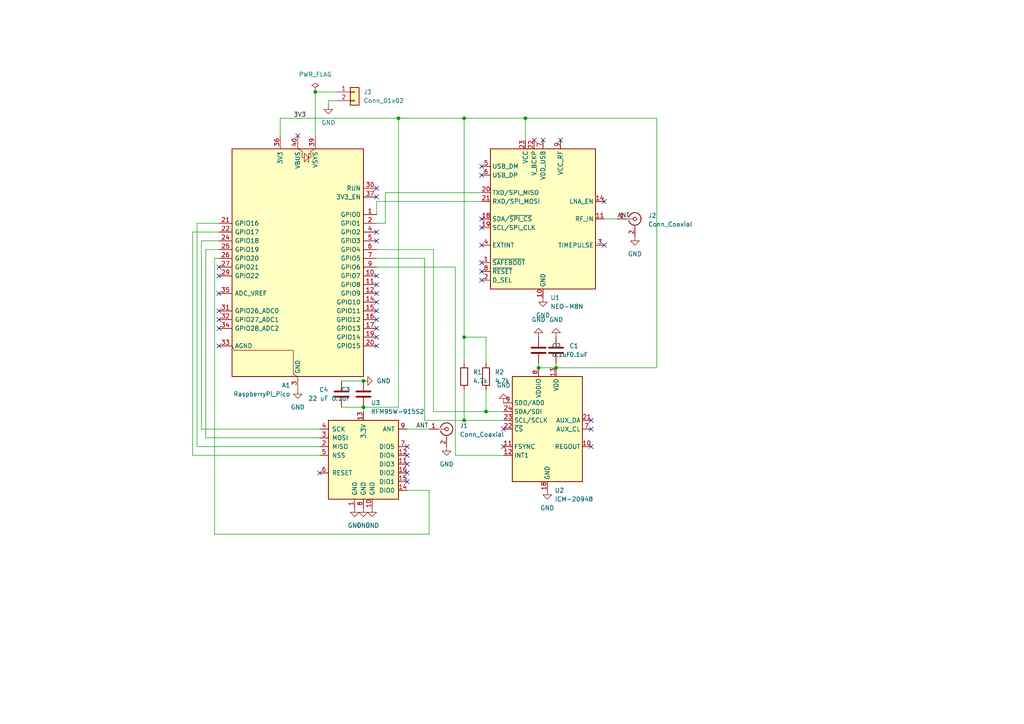
<source format=kicad_sch>
(kicad_sch
	(version 20250114)
	(generator "eeschema")
	(generator_version "9.0")
	(uuid "53ccf41f-cbd0-468d-91b3-a137c507adfb")
	(paper "A4")
	(lib_symbols
		(symbol "Connector:Conn_Coaxial"
			(pin_names
				(offset 1.016)
				(hide yes)
			)
			(exclude_from_sim no)
			(in_bom yes)
			(on_board yes)
			(property "Reference" "J"
				(at 0.254 3.048 0)
				(effects
					(font
						(size 1.27 1.27)
					)
				)
			)
			(property "Value" "Conn_Coaxial"
				(at 2.921 0 90)
				(effects
					(font
						(size 1.27 1.27)
					)
				)
			)
			(property "Footprint" ""
				(at 0 0 0)
				(effects
					(font
						(size 1.27 1.27)
					)
					(hide yes)
				)
			)
			(property "Datasheet" "~"
				(at 0 0 0)
				(effects
					(font
						(size 1.27 1.27)
					)
					(hide yes)
				)
			)
			(property "Description" "coaxial connector (BNC, SMA, SMB, SMC, Cinch/RCA, LEMO, ...)"
				(at 0 0 0)
				(effects
					(font
						(size 1.27 1.27)
					)
					(hide yes)
				)
			)
			(property "ki_keywords" "BNC SMA SMB SMC LEMO coaxial connector CINCH RCA MCX MMCX U.FL UMRF"
				(at 0 0 0)
				(effects
					(font
						(size 1.27 1.27)
					)
					(hide yes)
				)
			)
			(property "ki_fp_filters" "*BNC* *SMA* *SMB* *SMC* *Cinch* *LEMO* *UMRF* *MCX* *U.FL*"
				(at 0 0 0)
				(effects
					(font
						(size 1.27 1.27)
					)
					(hide yes)
				)
			)
			(symbol "Conn_Coaxial_0_1"
				(polyline
					(pts
						(xy -2.54 0) (xy -0.508 0)
					)
					(stroke
						(width 0)
						(type default)
					)
					(fill
						(type none)
					)
				)
				(arc
					(start 1.778 0)
					(mid 0.222 -1.8079)
					(end -1.778 -0.508)
					(stroke
						(width 0.254)
						(type default)
					)
					(fill
						(type none)
					)
				)
				(arc
					(start -1.778 0.508)
					(mid 0.2221 1.8084)
					(end 1.778 0)
					(stroke
						(width 0.254)
						(type default)
					)
					(fill
						(type none)
					)
				)
				(circle
					(center 0 0)
					(radius 0.508)
					(stroke
						(width 0.2032)
						(type default)
					)
					(fill
						(type none)
					)
				)
				(polyline
					(pts
						(xy 0 -2.54) (xy 0 -1.778)
					)
					(stroke
						(width 0)
						(type default)
					)
					(fill
						(type none)
					)
				)
			)
			(symbol "Conn_Coaxial_1_1"
				(pin passive line
					(at -5.08 0 0)
					(length 2.54)
					(name "In"
						(effects
							(font
								(size 1.27 1.27)
							)
						)
					)
					(number "1"
						(effects
							(font
								(size 1.27 1.27)
							)
						)
					)
				)
				(pin passive line
					(at 0 -5.08 90)
					(length 2.54)
					(name "Ext"
						(effects
							(font
								(size 1.27 1.27)
							)
						)
					)
					(number "2"
						(effects
							(font
								(size 1.27 1.27)
							)
						)
					)
				)
			)
			(embedded_fonts no)
		)
		(symbol "Connector_Generic:Conn_01x02"
			(pin_names
				(offset 1.016)
				(hide yes)
			)
			(exclude_from_sim no)
			(in_bom yes)
			(on_board yes)
			(property "Reference" "J3"
				(at 2.54 0.0001 0)
				(effects
					(font
						(size 1.27 1.27)
					)
					(justify left)
				)
			)
			(property "Value" "Conn_01x02"
				(at 2.54 -2.5399 0)
				(effects
					(font
						(size 1.27 1.27)
					)
					(justify left)
				)
			)
			(property "Footprint" "Connector_JST:JST_PH_B2B-PH-K_1x02_P2.00mm_Vertical"
				(at 0 0 0)
				(effects
					(font
						(size 1.27 1.27)
					)
					(hide yes)
				)
			)
			(property "Datasheet" "~"
				(at 0 0 0)
				(effects
					(font
						(size 1.27 1.27)
					)
					(hide yes)
				)
			)
			(property "Description" "Generic connector, single row, 01x02, script generated (kicad-library-utils/schlib/autogen/connector/)"
				(at 0 0 0)
				(effects
					(font
						(size 1.27 1.27)
					)
					(hide yes)
				)
			)
			(property "ki_keywords" "connector"
				(at 0 0 0)
				(effects
					(font
						(size 1.27 1.27)
					)
					(hide yes)
				)
			)
			(property "ki_fp_filters" "Connector*:*_1x??_*"
				(at 0 0 0)
				(effects
					(font
						(size 1.27 1.27)
					)
					(hide yes)
				)
			)
			(symbol "Conn_01x02_1_1"
				(rectangle
					(start -1.27 1.27)
					(end 1.27 -3.81)
					(stroke
						(width 0.254)
						(type default)
					)
					(fill
						(type background)
					)
				)
				(rectangle
					(start -1.27 0.127)
					(end 0 -0.127)
					(stroke
						(width 0.1524)
						(type default)
					)
					(fill
						(type none)
					)
				)
				(rectangle
					(start -1.27 -2.413)
					(end 0 -2.667)
					(stroke
						(width 0.1524)
						(type default)
					)
					(fill
						(type none)
					)
				)
				(pin passive line
					(at -5.08 0 0)
					(length 3.81)
					(name "V_BATT"
						(effects
							(font
								(size 1.27 1.27)
							)
						)
					)
					(number "1"
						(effects
							(font
								(size 1.27 1.27)
							)
						)
					)
				)
				(pin passive line
					(at -5.08 -2.54 0)
					(length 3.81)
					(name "GND"
						(effects
							(font
								(size 1.27 1.27)
							)
						)
					)
					(number "2"
						(effects
							(font
								(size 1.27 1.27)
							)
						)
					)
				)
			)
			(embedded_fonts no)
		)
		(symbol "Device:C"
			(pin_numbers
				(hide yes)
			)
			(pin_names
				(offset 0.254)
			)
			(exclude_from_sim no)
			(in_bom yes)
			(on_board yes)
			(property "Reference" "C"
				(at 0.635 2.54 0)
				(effects
					(font
						(size 1.27 1.27)
					)
					(justify left)
				)
			)
			(property "Value" "C"
				(at 0.635 -2.54 0)
				(effects
					(font
						(size 1.27 1.27)
					)
					(justify left)
				)
			)
			(property "Footprint" ""
				(at 0.9652 -3.81 0)
				(effects
					(font
						(size 1.27 1.27)
					)
					(hide yes)
				)
			)
			(property "Datasheet" "~"
				(at 0 0 0)
				(effects
					(font
						(size 1.27 1.27)
					)
					(hide yes)
				)
			)
			(property "Description" "Unpolarized capacitor"
				(at 0 0 0)
				(effects
					(font
						(size 1.27 1.27)
					)
					(hide yes)
				)
			)
			(property "ki_keywords" "cap capacitor"
				(at 0 0 0)
				(effects
					(font
						(size 1.27 1.27)
					)
					(hide yes)
				)
			)
			(property "ki_fp_filters" "C_*"
				(at 0 0 0)
				(effects
					(font
						(size 1.27 1.27)
					)
					(hide yes)
				)
			)
			(symbol "C_0_1"
				(polyline
					(pts
						(xy -2.032 0.762) (xy 2.032 0.762)
					)
					(stroke
						(width 0.508)
						(type default)
					)
					(fill
						(type none)
					)
				)
				(polyline
					(pts
						(xy -2.032 -0.762) (xy 2.032 -0.762)
					)
					(stroke
						(width 0.508)
						(type default)
					)
					(fill
						(type none)
					)
				)
			)
			(symbol "C_1_1"
				(pin passive line
					(at 0 3.81 270)
					(length 2.794)
					(name "~"
						(effects
							(font
								(size 1.27 1.27)
							)
						)
					)
					(number "1"
						(effects
							(font
								(size 1.27 1.27)
							)
						)
					)
				)
				(pin passive line
					(at 0 -3.81 90)
					(length 2.794)
					(name "~"
						(effects
							(font
								(size 1.27 1.27)
							)
						)
					)
					(number "2"
						(effects
							(font
								(size 1.27 1.27)
							)
						)
					)
				)
			)
			(embedded_fonts no)
		)
		(symbol "Device:R"
			(pin_numbers
				(hide yes)
			)
			(pin_names
				(offset 0)
			)
			(exclude_from_sim no)
			(in_bom yes)
			(on_board yes)
			(property "Reference" "R"
				(at 2.032 0 90)
				(effects
					(font
						(size 1.27 1.27)
					)
				)
			)
			(property "Value" "R"
				(at 0 0 90)
				(effects
					(font
						(size 1.27 1.27)
					)
				)
			)
			(property "Footprint" ""
				(at -1.778 0 90)
				(effects
					(font
						(size 1.27 1.27)
					)
					(hide yes)
				)
			)
			(property "Datasheet" "~"
				(at 0 0 0)
				(effects
					(font
						(size 1.27 1.27)
					)
					(hide yes)
				)
			)
			(property "Description" "Resistor"
				(at 0 0 0)
				(effects
					(font
						(size 1.27 1.27)
					)
					(hide yes)
				)
			)
			(property "ki_keywords" "R res resistor"
				(at 0 0 0)
				(effects
					(font
						(size 1.27 1.27)
					)
					(hide yes)
				)
			)
			(property "ki_fp_filters" "R_*"
				(at 0 0 0)
				(effects
					(font
						(size 1.27 1.27)
					)
					(hide yes)
				)
			)
			(symbol "R_0_1"
				(rectangle
					(start -1.016 -2.54)
					(end 1.016 2.54)
					(stroke
						(width 0.254)
						(type default)
					)
					(fill
						(type none)
					)
				)
			)
			(symbol "R_1_1"
				(pin passive line
					(at 0 3.81 270)
					(length 1.27)
					(name "~"
						(effects
							(font
								(size 1.27 1.27)
							)
						)
					)
					(number "1"
						(effects
							(font
								(size 1.27 1.27)
							)
						)
					)
				)
				(pin passive line
					(at 0 -3.81 90)
					(length 1.27)
					(name "~"
						(effects
							(font
								(size 1.27 1.27)
							)
						)
					)
					(number "2"
						(effects
							(font
								(size 1.27 1.27)
							)
						)
					)
				)
			)
			(embedded_fonts no)
		)
		(symbol "MCU_Module:RaspberryPi_Pico"
			(pin_names
				(offset 0.762)
			)
			(exclude_from_sim no)
			(in_bom yes)
			(on_board yes)
			(property "Reference" "A"
				(at -19.05 35.56 0)
				(effects
					(font
						(size 1.27 1.27)
					)
					(justify left)
				)
			)
			(property "Value" "RaspberryPi_Pico"
				(at 7.62 35.56 0)
				(effects
					(font
						(size 1.27 1.27)
					)
					(justify left)
				)
			)
			(property "Footprint" "Module:RaspberryPi_Pico_Common_Unspecified"
				(at 0 -46.99 0)
				(effects
					(font
						(size 1.27 1.27)
					)
					(hide yes)
				)
			)
			(property "Datasheet" "https://datasheets.raspberrypi.com/pico/pico-datasheet.pdf"
				(at 0 -49.53 0)
				(effects
					(font
						(size 1.27 1.27)
					)
					(hide yes)
				)
			)
			(property "Description" "Versatile and inexpensive microcontroller module powered by RP2040 dual-core Arm Cortex-M0+ processor up to 133 MHz, 264kB SRAM, 2MB QSPI flash; also supports Raspberry Pi Pico 2"
				(at 0 -52.07 0)
				(effects
					(font
						(size 1.27 1.27)
					)
					(hide yes)
				)
			)
			(property "ki_keywords" "RP2350A M33 RISC-V Hazard3 usb"
				(at 0 0 0)
				(effects
					(font
						(size 1.27 1.27)
					)
					(hide yes)
				)
			)
			(property "ki_fp_filters" "RaspberryPi?Pico?Common* RaspberryPi?Pico?SMD*"
				(at 0 0 0)
				(effects
					(font
						(size 1.27 1.27)
					)
					(hide yes)
				)
			)
			(symbol "RaspberryPi_Pico_0_1"
				(rectangle
					(start -19.05 34.29)
					(end 19.05 -31.75)
					(stroke
						(width 0.254)
						(type default)
					)
					(fill
						(type background)
					)
				)
				(polyline
					(pts
						(xy -5.08 34.29) (xy -3.81 33.655) (xy -3.81 31.75) (xy -3.175 31.75)
					)
					(stroke
						(width 0)
						(type default)
					)
					(fill
						(type none)
					)
				)
				(polyline
					(pts
						(xy -3.429 32.766) (xy -3.429 33.02) (xy -3.175 33.02) (xy -3.175 30.48) (xy -2.921 30.48) (xy -2.921 30.734)
					)
					(stroke
						(width 0)
						(type default)
					)
					(fill
						(type none)
					)
				)
				(polyline
					(pts
						(xy -3.175 31.75) (xy -1.905 33.02) (xy -1.905 30.48) (xy -3.175 31.75)
					)
					(stroke
						(width 0)
						(type default)
					)
					(fill
						(type none)
					)
				)
				(polyline
					(pts
						(xy 0 34.29) (xy -1.27 33.655) (xy -1.27 31.75) (xy -1.905 31.75)
					)
					(stroke
						(width 0)
						(type default)
					)
					(fill
						(type none)
					)
				)
				(polyline
					(pts
						(xy 0 -31.75) (xy 1.27 -31.115) (xy 1.27 -24.13) (xy 18.415 -24.13) (xy 19.05 -22.86)
					)
					(stroke
						(width 0)
						(type default)
					)
					(fill
						(type none)
					)
				)
			)
			(symbol "RaspberryPi_Pico_1_1"
				(pin passive line
					(at -22.86 22.86 0)
					(length 3.81)
					(name "RUN"
						(effects
							(font
								(size 1.27 1.27)
							)
						)
					)
					(number "30"
						(effects
							(font
								(size 1.27 1.27)
							)
						)
					)
					(alternate "~{RESET}" passive line)
				)
				(pin passive line
					(at -22.86 20.32 0)
					(length 3.81)
					(name "3V3_EN"
						(effects
							(font
								(size 1.27 1.27)
							)
						)
					)
					(number "37"
						(effects
							(font
								(size 1.27 1.27)
							)
						)
					)
					(alternate "~{3V3_DISABLE}" passive line)
				)
				(pin bidirectional line
					(at -22.86 15.24 0)
					(length 3.81)
					(name "GPIO0"
						(effects
							(font
								(size 1.27 1.27)
							)
						)
					)
					(number "1"
						(effects
							(font
								(size 1.27 1.27)
							)
						)
					)
					(alternate "I2C0_SDA" bidirectional line)
					(alternate "PWM0_A" output line)
					(alternate "SPI0_RX" input line)
					(alternate "UART0_TX" output line)
					(alternate "USB_OVCUR_DET" input line)
				)
				(pin bidirectional line
					(at -22.86 12.7 0)
					(length 3.81)
					(name "GPIO1"
						(effects
							(font
								(size 1.27 1.27)
							)
						)
					)
					(number "2"
						(effects
							(font
								(size 1.27 1.27)
							)
						)
					)
					(alternate "I2C0_SCL" bidirectional clock)
					(alternate "PWM0_B" bidirectional line)
					(alternate "UART0_RX" input line)
					(alternate "USB_VBUS_DET" passive line)
					(alternate "~{SPI0_CSn}" bidirectional line)
				)
				(pin bidirectional line
					(at -22.86 10.16 0)
					(length 3.81)
					(name "GPIO2"
						(effects
							(font
								(size 1.27 1.27)
							)
						)
					)
					(number "4"
						(effects
							(font
								(size 1.27 1.27)
							)
						)
					)
					(alternate "I2C1_SDA" bidirectional line)
					(alternate "PWM1_A" output line)
					(alternate "SPI0_SCK" bidirectional clock)
					(alternate "UART0_CTS" input line)
					(alternate "USB_VBUS_EN" output line)
				)
				(pin bidirectional line
					(at -22.86 7.62 0)
					(length 3.81)
					(name "GPIO3"
						(effects
							(font
								(size 1.27 1.27)
							)
						)
					)
					(number "5"
						(effects
							(font
								(size 1.27 1.27)
							)
						)
					)
					(alternate "I2C1_SCL" bidirectional clock)
					(alternate "PWM1_B" bidirectional line)
					(alternate "SPI0_TX" output line)
					(alternate "UART0_RTS" output line)
					(alternate "USB_OVCUR_DET" input line)
				)
				(pin bidirectional line
					(at -22.86 5.08 0)
					(length 3.81)
					(name "GPIO4"
						(effects
							(font
								(size 1.27 1.27)
							)
						)
					)
					(number "6"
						(effects
							(font
								(size 1.27 1.27)
							)
						)
					)
					(alternate "I2C0_SDA" bidirectional line)
					(alternate "PWM2_A" output line)
					(alternate "SPI0_RX" input line)
					(alternate "UART1_TX" output line)
					(alternate "USB_VBUS_DET" input line)
				)
				(pin bidirectional line
					(at -22.86 2.54 0)
					(length 3.81)
					(name "GPIO5"
						(effects
							(font
								(size 1.27 1.27)
							)
						)
					)
					(number "7"
						(effects
							(font
								(size 1.27 1.27)
							)
						)
					)
					(alternate "I2C0_SCL" bidirectional clock)
					(alternate "PWM2_B" bidirectional line)
					(alternate "UART1_RX" input line)
					(alternate "USB_VBUS_EN" output line)
					(alternate "~{SPI0_CSn}" bidirectional line)
				)
				(pin bidirectional line
					(at -22.86 0 0)
					(length 3.81)
					(name "GPIO6"
						(effects
							(font
								(size 1.27 1.27)
							)
						)
					)
					(number "9"
						(effects
							(font
								(size 1.27 1.27)
							)
						)
					)
					(alternate "I2C1_SDA" bidirectional line)
					(alternate "PWM3_A" output line)
					(alternate "SPI0_SCK" bidirectional clock)
					(alternate "UART1_CTS" input line)
					(alternate "USB_OVCUR_DET" input line)
				)
				(pin bidirectional line
					(at -22.86 -2.54 0)
					(length 3.81)
					(name "GPIO7"
						(effects
							(font
								(size 1.27 1.27)
							)
						)
					)
					(number "10"
						(effects
							(font
								(size 1.27 1.27)
							)
						)
					)
					(alternate "I2C1_SCL" bidirectional clock)
					(alternate "PWM3_B" bidirectional line)
					(alternate "SPI0_TX" output line)
					(alternate "UART1_RTS" output line)
					(alternate "USB_VBUS_DET" input line)
				)
				(pin bidirectional line
					(at -22.86 -5.08 0)
					(length 3.81)
					(name "GPIO8"
						(effects
							(font
								(size 1.27 1.27)
							)
						)
					)
					(number "11"
						(effects
							(font
								(size 1.27 1.27)
							)
						)
					)
					(alternate "I2C0_SDA" bidirectional line)
					(alternate "PWM4_A" output line)
					(alternate "SPI1_RX" input line)
					(alternate "UART1_TX" output line)
					(alternate "USB_VBUS_EN" output line)
				)
				(pin bidirectional line
					(at -22.86 -7.62 0)
					(length 3.81)
					(name "GPIO9"
						(effects
							(font
								(size 1.27 1.27)
							)
						)
					)
					(number "12"
						(effects
							(font
								(size 1.27 1.27)
							)
						)
					)
					(alternate "I2C0_SCL" bidirectional clock)
					(alternate "PWM4_B" bidirectional line)
					(alternate "UART1_RX" input line)
					(alternate "USB_OVCUR_DET" input line)
					(alternate "~{SPI1_CSn}" bidirectional line)
				)
				(pin bidirectional line
					(at -22.86 -10.16 0)
					(length 3.81)
					(name "GPIO10"
						(effects
							(font
								(size 1.27 1.27)
							)
						)
					)
					(number "14"
						(effects
							(font
								(size 1.27 1.27)
							)
						)
					)
					(alternate "I2C1_SDA" bidirectional line)
					(alternate "PWM5_A" output line)
					(alternate "SPI1_SCK" bidirectional clock)
					(alternate "UART1_CTS" input line)
					(alternate "USB_VBUS_DET" input line)
				)
				(pin bidirectional line
					(at -22.86 -12.7 0)
					(length 3.81)
					(name "GPIO11"
						(effects
							(font
								(size 1.27 1.27)
							)
						)
					)
					(number "15"
						(effects
							(font
								(size 1.27 1.27)
							)
						)
					)
					(alternate "I2C1_SCL" bidirectional clock)
					(alternate "PWM5_B" bidirectional line)
					(alternate "SPI1_TX" output line)
					(alternate "UART1_RTS" output line)
					(alternate "USB_VBUS_EN" output line)
				)
				(pin bidirectional line
					(at -22.86 -15.24 0)
					(length 3.81)
					(name "GPIO12"
						(effects
							(font
								(size 1.27 1.27)
							)
						)
					)
					(number "16"
						(effects
							(font
								(size 1.27 1.27)
							)
						)
					)
					(alternate "I2C0_SDA" bidirectional line)
					(alternate "PWM6_A" output line)
					(alternate "SPI1_RX" input line)
					(alternate "UART0_TX" output line)
					(alternate "USB_OVCUR_DET" input line)
				)
				(pin bidirectional line
					(at -22.86 -17.78 0)
					(length 3.81)
					(name "GPIO13"
						(effects
							(font
								(size 1.27 1.27)
							)
						)
					)
					(number "17"
						(effects
							(font
								(size 1.27 1.27)
							)
						)
					)
					(alternate "I2C0_SCL" bidirectional clock)
					(alternate "PWM6_B" bidirectional line)
					(alternate "UART0_RX" input line)
					(alternate "USB_VBUS_DET" input line)
					(alternate "~{SPI1_CSn}" bidirectional line)
				)
				(pin bidirectional line
					(at -22.86 -20.32 0)
					(length 3.81)
					(name "GPIO14"
						(effects
							(font
								(size 1.27 1.27)
							)
						)
					)
					(number "19"
						(effects
							(font
								(size 1.27 1.27)
							)
						)
					)
					(alternate "I2C1_SDA" bidirectional line)
					(alternate "PWM7_A" output line)
					(alternate "SPI1_SCK" bidirectional clock)
					(alternate "UART0_CTS" input line)
					(alternate "USB_VBUS_EN" output line)
				)
				(pin bidirectional line
					(at -22.86 -22.86 0)
					(length 3.81)
					(name "GPIO15"
						(effects
							(font
								(size 1.27 1.27)
							)
						)
					)
					(number "20"
						(effects
							(font
								(size 1.27 1.27)
							)
						)
					)
					(alternate "I2C1_SCL" bidirectional clock)
					(alternate "PWM7_B" bidirectional line)
					(alternate "SPI1_TX" output line)
					(alternate "UART0_RTS" output line)
					(alternate "USB_OVCUR_DET" input line)
				)
				(pin power_in line
					(at -5.08 38.1 270)
					(length 3.81)
					(name "VSYS"
						(effects
							(font
								(size 1.27 1.27)
							)
						)
					)
					(number "39"
						(effects
							(font
								(size 1.27 1.27)
							)
						)
					)
					(alternate "VSYS_OUT" power_out line)
				)
				(pin power_out line
					(at 0 38.1 270)
					(length 3.81)
					(name "VBUS"
						(effects
							(font
								(size 1.27 1.27)
							)
						)
					)
					(number "40"
						(effects
							(font
								(size 1.27 1.27)
							)
						)
					)
					(alternate "VBUS_IN" power_in line)
				)
				(pin passive line
					(at 0 -35.56 90)
					(length 3.81)
					(hide yes)
					(name "GND"
						(effects
							(font
								(size 1.27 1.27)
							)
						)
					)
					(number "13"
						(effects
							(font
								(size 1.27 1.27)
							)
						)
					)
				)
				(pin passive line
					(at 0 -35.56 90)
					(length 3.81)
					(hide yes)
					(name "GND"
						(effects
							(font
								(size 1.27 1.27)
							)
						)
					)
					(number "18"
						(effects
							(font
								(size 1.27 1.27)
							)
						)
					)
				)
				(pin passive line
					(at 0 -35.56 90)
					(length 3.81)
					(hide yes)
					(name "GND"
						(effects
							(font
								(size 1.27 1.27)
							)
						)
					)
					(number "23"
						(effects
							(font
								(size 1.27 1.27)
							)
						)
					)
				)
				(pin passive line
					(at 0 -35.56 90)
					(length 3.81)
					(hide yes)
					(name "GND"
						(effects
							(font
								(size 1.27 1.27)
							)
						)
					)
					(number "28"
						(effects
							(font
								(size 1.27 1.27)
							)
						)
					)
				)
				(pin power_out line
					(at 0 -35.56 90)
					(length 3.81)
					(name "GND"
						(effects
							(font
								(size 1.27 1.27)
							)
						)
					)
					(number "3"
						(effects
							(font
								(size 1.27 1.27)
							)
						)
					)
					(alternate "GND_IN" power_in line)
				)
				(pin passive line
					(at 0 -35.56 90)
					(length 3.81)
					(hide yes)
					(name "GND"
						(effects
							(font
								(size 1.27 1.27)
							)
						)
					)
					(number "38"
						(effects
							(font
								(size 1.27 1.27)
							)
						)
					)
				)
				(pin passive line
					(at 0 -35.56 90)
					(length 3.81)
					(hide yes)
					(name "GND"
						(effects
							(font
								(size 1.27 1.27)
							)
						)
					)
					(number "8"
						(effects
							(font
								(size 1.27 1.27)
							)
						)
					)
				)
				(pin power_out line
					(at 5.08 38.1 270)
					(length 3.81)
					(name "3V3"
						(effects
							(font
								(size 1.27 1.27)
							)
						)
					)
					(number "36"
						(effects
							(font
								(size 1.27 1.27)
							)
						)
					)
				)
				(pin bidirectional line
					(at 22.86 12.7 180)
					(length 3.81)
					(name "GPIO16"
						(effects
							(font
								(size 1.27 1.27)
							)
						)
					)
					(number "21"
						(effects
							(font
								(size 1.27 1.27)
							)
						)
					)
					(alternate "I2C0_SDA" bidirectional line)
					(alternate "PWM0_A" output line)
					(alternate "SPI0_RX" input line)
					(alternate "UART0_TX" output line)
					(alternate "USB_VBUS_DET" input line)
				)
				(pin bidirectional line
					(at 22.86 10.16 180)
					(length 3.81)
					(name "GPIO17"
						(effects
							(font
								(size 1.27 1.27)
							)
						)
					)
					(number "22"
						(effects
							(font
								(size 1.27 1.27)
							)
						)
					)
					(alternate "I2C0_SCL" bidirectional clock)
					(alternate "PWM0_B" bidirectional line)
					(alternate "UART0_RX" input line)
					(alternate "USB_VBUS_EN" output line)
					(alternate "~{SPI0_CSn}" bidirectional line)
				)
				(pin bidirectional line
					(at 22.86 7.62 180)
					(length 3.81)
					(name "GPIO18"
						(effects
							(font
								(size 1.27 1.27)
							)
						)
					)
					(number "24"
						(effects
							(font
								(size 1.27 1.27)
							)
						)
					)
					(alternate "I2C1_SDA" bidirectional line)
					(alternate "PWM1_A" output line)
					(alternate "SPI0_SCK" bidirectional clock)
					(alternate "UART0_CTS" input line)
					(alternate "USB_OVCUR_DET" input line)
				)
				(pin bidirectional line
					(at 22.86 5.08 180)
					(length 3.81)
					(name "GPIO19"
						(effects
							(font
								(size 1.27 1.27)
							)
						)
					)
					(number "25"
						(effects
							(font
								(size 1.27 1.27)
							)
						)
					)
					(alternate "I2C1_SCL" bidirectional clock)
					(alternate "PWM1_B" bidirectional line)
					(alternate "SPI0_TX" output line)
					(alternate "UART0_RTS" output line)
					(alternate "USB_VBUS_DET" input line)
				)
				(pin bidirectional line
					(at 22.86 2.54 180)
					(length 3.81)
					(name "GPIO20"
						(effects
							(font
								(size 1.27 1.27)
							)
						)
					)
					(number "26"
						(effects
							(font
								(size 1.27 1.27)
							)
						)
					)
					(alternate "CLOCK_GPIN0" input clock)
					(alternate "I2C0_SDA" bidirectional line)
					(alternate "PWM2_A" output line)
					(alternate "SPI0_RX" input line)
					(alternate "UART1_TX" output line)
					(alternate "USB_VBUS_EN" output line)
				)
				(pin bidirectional line
					(at 22.86 0 180)
					(length 3.81)
					(name "GPIO21"
						(effects
							(font
								(size 1.27 1.27)
							)
						)
					)
					(number "27"
						(effects
							(font
								(size 1.27 1.27)
							)
						)
					)
					(alternate "CLOCK_GPOUT0" output clock)
					(alternate "I2C0_SCL" bidirectional clock)
					(alternate "PWM2_B" bidirectional line)
					(alternate "UART1_RX" input line)
					(alternate "USB_OVCUR_DET" input line)
					(alternate "~{SPI0_CSn}" bidirectional line)
				)
				(pin bidirectional line
					(at 22.86 -2.54 180)
					(length 3.81)
					(name "GPIO22"
						(effects
							(font
								(size 1.27 1.27)
							)
						)
					)
					(number "29"
						(effects
							(font
								(size 1.27 1.27)
							)
						)
					)
					(alternate "CLOCK_GPIN1" input clock)
					(alternate "I2C1_SDA" bidirectional line)
					(alternate "PWM3_A" output line)
					(alternate "SPI0_SCK" bidirectional clock)
					(alternate "UART1_CTS" input line)
					(alternate "USB_VBUS_DET" input line)
				)
				(pin power_in line
					(at 22.86 -7.62 180)
					(length 3.81)
					(name "ADC_VREF"
						(effects
							(font
								(size 1.27 1.27)
							)
						)
					)
					(number "35"
						(effects
							(font
								(size 1.27 1.27)
							)
						)
					)
				)
				(pin bidirectional line
					(at 22.86 -12.7 180)
					(length 3.81)
					(name "GPIO26_ADC0"
						(effects
							(font
								(size 1.27 1.27)
							)
						)
					)
					(number "31"
						(effects
							(font
								(size 1.27 1.27)
							)
						)
					)
					(alternate "ADC0" input line)
					(alternate "GPIO26" bidirectional line)
					(alternate "I2C1_SDA" bidirectional line)
					(alternate "PWM5_A" output line)
					(alternate "SPI1_SCK" bidirectional clock)
					(alternate "UART1_CTS" input line)
					(alternate "USB_VBUS_EN" output line)
				)
				(pin bidirectional line
					(at 22.86 -15.24 180)
					(length 3.81)
					(name "GPIO27_ADC1"
						(effects
							(font
								(size 1.27 1.27)
							)
						)
					)
					(number "32"
						(effects
							(font
								(size 1.27 1.27)
							)
						)
					)
					(alternate "ADC1" input line)
					(alternate "GPIO27" bidirectional line)
					(alternate "I2C1_SCL" bidirectional clock)
					(alternate "PWM5_B" bidirectional line)
					(alternate "SPI1_TX" output line)
					(alternate "UART1_RTS" output line)
					(alternate "USB_OVCUR_DET" input line)
				)
				(pin bidirectional line
					(at 22.86 -17.78 180)
					(length 3.81)
					(name "GPIO28_ADC2"
						(effects
							(font
								(size 1.27 1.27)
							)
						)
					)
					(number "34"
						(effects
							(font
								(size 1.27 1.27)
							)
						)
					)
					(alternate "ADC2" input line)
					(alternate "GPIO28" bidirectional line)
					(alternate "I2C0_SDA" bidirectional line)
					(alternate "PWM6_A" output line)
					(alternate "SPI1_RX" input line)
					(alternate "UART0_TX" output line)
					(alternate "USB_VBUS_DET" input line)
				)
				(pin power_out line
					(at 22.86 -22.86 180)
					(length 3.81)
					(name "AGND"
						(effects
							(font
								(size 1.27 1.27)
							)
						)
					)
					(number "33"
						(effects
							(font
								(size 1.27 1.27)
							)
						)
					)
					(alternate "GND" passive line)
				)
			)
			(embedded_fonts no)
		)
		(symbol "RF_GPS:NEO-M8N"
			(exclude_from_sim no)
			(in_bom yes)
			(on_board yes)
			(property "Reference" "U"
				(at -13.97 21.59 0)
				(effects
					(font
						(size 1.27 1.27)
					)
				)
			)
			(property "Value" "NEO-M8N"
				(at 11.43 21.59 0)
				(effects
					(font
						(size 1.27 1.27)
					)
				)
			)
			(property "Footprint" "RF_GPS:ublox_NEO"
				(at 10.16 -21.59 0)
				(effects
					(font
						(size 1.27 1.27)
					)
					(hide yes)
				)
			)
			(property "Datasheet" "https://content.u-blox.com/sites/default/files/NEO-M8-FW3_DataSheet_UBX-15031086.pdf"
				(at 0 0 0)
				(effects
					(font
						(size 1.27 1.27)
					)
					(hide yes)
				)
			)
			(property "Description" "GNSS Module NEO M8, VCC 2.7V to 3.6V"
				(at 0 0 0)
				(effects
					(font
						(size 1.27 1.27)
					)
					(hide yes)
				)
			)
			(property "ki_keywords" "ublox GPS GNSS module"
				(at 0 0 0)
				(effects
					(font
						(size 1.27 1.27)
					)
					(hide yes)
				)
			)
			(property "ki_fp_filters" "ublox*NEO*"
				(at 0 0 0)
				(effects
					(font
						(size 1.27 1.27)
					)
					(hide yes)
				)
			)
			(symbol "NEO-M8N_0_1"
				(rectangle
					(start -15.24 20.32)
					(end 15.24 -20.32)
					(stroke
						(width 0.254)
						(type default)
					)
					(fill
						(type background)
					)
				)
			)
			(symbol "NEO-M8N_1_1"
				(pin bidirectional line
					(at -17.78 15.24 0)
					(length 2.54)
					(name "USB_DM"
						(effects
							(font
								(size 1.27 1.27)
							)
						)
					)
					(number "5"
						(effects
							(font
								(size 1.27 1.27)
							)
						)
					)
				)
				(pin bidirectional line
					(at -17.78 12.7 0)
					(length 2.54)
					(name "USB_DP"
						(effects
							(font
								(size 1.27 1.27)
							)
						)
					)
					(number "6"
						(effects
							(font
								(size 1.27 1.27)
							)
						)
					)
				)
				(pin output line
					(at -17.78 7.62 0)
					(length 2.54)
					(name "TXD/SPI_MISO"
						(effects
							(font
								(size 1.27 1.27)
							)
						)
					)
					(number "20"
						(effects
							(font
								(size 1.27 1.27)
							)
						)
					)
				)
				(pin input line
					(at -17.78 5.08 0)
					(length 2.54)
					(name "RXD/SPI_MOSI"
						(effects
							(font
								(size 1.27 1.27)
							)
						)
					)
					(number "21"
						(effects
							(font
								(size 1.27 1.27)
							)
						)
					)
				)
				(pin bidirectional line
					(at -17.78 0 0)
					(length 2.54)
					(name "SDA/~{SPI_CS}"
						(effects
							(font
								(size 1.27 1.27)
							)
						)
					)
					(number "18"
						(effects
							(font
								(size 1.27 1.27)
							)
						)
					)
				)
				(pin input line
					(at -17.78 -2.54 0)
					(length 2.54)
					(name "SCL/SPI_CLK"
						(effects
							(font
								(size 1.27 1.27)
							)
						)
					)
					(number "19"
						(effects
							(font
								(size 1.27 1.27)
							)
						)
					)
				)
				(pin input line
					(at -17.78 -7.62 0)
					(length 2.54)
					(name "EXTINT"
						(effects
							(font
								(size 1.27 1.27)
							)
						)
					)
					(number "4"
						(effects
							(font
								(size 1.27 1.27)
							)
						)
					)
				)
				(pin input line
					(at -17.78 -12.7 0)
					(length 2.54)
					(name "~{SAFEBOOT}"
						(effects
							(font
								(size 1.27 1.27)
							)
						)
					)
					(number "1"
						(effects
							(font
								(size 1.27 1.27)
							)
						)
					)
				)
				(pin input line
					(at -17.78 -15.24 0)
					(length 2.54)
					(name "~{RESET}"
						(effects
							(font
								(size 1.27 1.27)
							)
						)
					)
					(number "8"
						(effects
							(font
								(size 1.27 1.27)
							)
						)
					)
				)
				(pin input line
					(at -17.78 -17.78 0)
					(length 2.54)
					(name "D_SEL"
						(effects
							(font
								(size 1.27 1.27)
							)
						)
					)
					(number "2"
						(effects
							(font
								(size 1.27 1.27)
							)
						)
					)
				)
				(pin power_in line
					(at -5.08 22.86 270)
					(length 2.54)
					(name "VCC"
						(effects
							(font
								(size 1.27 1.27)
							)
						)
					)
					(number "23"
						(effects
							(font
								(size 1.27 1.27)
							)
						)
					)
				)
				(pin power_in line
					(at -2.54 22.86 270)
					(length 2.54)
					(name "V_BCKP"
						(effects
							(font
								(size 1.27 1.27)
							)
						)
					)
					(number "22"
						(effects
							(font
								(size 1.27 1.27)
							)
						)
					)
				)
				(pin power_in line
					(at 0 22.86 270)
					(length 2.54)
					(name "VDD_USB"
						(effects
							(font
								(size 1.27 1.27)
							)
						)
					)
					(number "7"
						(effects
							(font
								(size 1.27 1.27)
							)
						)
					)
				)
				(pin power_in line
					(at 0 -22.86 90)
					(length 2.54)
					(name "GND"
						(effects
							(font
								(size 1.27 1.27)
							)
						)
					)
					(number "10"
						(effects
							(font
								(size 1.27 1.27)
							)
						)
					)
				)
				(pin passive line
					(at 0 -22.86 90)
					(length 2.54)
					(hide yes)
					(name "GND"
						(effects
							(font
								(size 1.27 1.27)
							)
						)
					)
					(number "12"
						(effects
							(font
								(size 1.27 1.27)
							)
						)
					)
				)
				(pin passive line
					(at 0 -22.86 90)
					(length 2.54)
					(hide yes)
					(name "GND"
						(effects
							(font
								(size 1.27 1.27)
							)
						)
					)
					(number "13"
						(effects
							(font
								(size 1.27 1.27)
							)
						)
					)
				)
				(pin passive line
					(at 0 -22.86 90)
					(length 2.54)
					(hide yes)
					(name "GND"
						(effects
							(font
								(size 1.27 1.27)
							)
						)
					)
					(number "24"
						(effects
							(font
								(size 1.27 1.27)
							)
						)
					)
				)
				(pin power_out line
					(at 5.08 22.86 270)
					(length 2.54)
					(name "VCC_RF"
						(effects
							(font
								(size 1.27 1.27)
							)
						)
					)
					(number "9"
						(effects
							(font
								(size 1.27 1.27)
							)
						)
					)
				)
				(pin no_connect line
					(at 15.24 -10.16 180)
					(length 2.54)
					(hide yes)
					(name "RESERVED"
						(effects
							(font
								(size 1.27 1.27)
							)
						)
					)
					(number "15"
						(effects
							(font
								(size 1.27 1.27)
							)
						)
					)
				)
				(pin no_connect line
					(at 15.24 -12.7 180)
					(length 2.54)
					(hide yes)
					(name "RESERVED"
						(effects
							(font
								(size 1.27 1.27)
							)
						)
					)
					(number "16"
						(effects
							(font
								(size 1.27 1.27)
							)
						)
					)
				)
				(pin no_connect line
					(at 15.24 -15.24 180)
					(length 2.54)
					(hide yes)
					(name "RESERVED"
						(effects
							(font
								(size 1.27 1.27)
							)
						)
					)
					(number "17"
						(effects
							(font
								(size 1.27 1.27)
							)
						)
					)
				)
				(pin output line
					(at 17.78 5.08 180)
					(length 2.54)
					(name "LNA_EN"
						(effects
							(font
								(size 1.27 1.27)
							)
						)
					)
					(number "14"
						(effects
							(font
								(size 1.27 1.27)
							)
						)
					)
				)
				(pin input line
					(at 17.78 0 180)
					(length 2.54)
					(name "RF_IN"
						(effects
							(font
								(size 1.27 1.27)
							)
						)
					)
					(number "11"
						(effects
							(font
								(size 1.27 1.27)
							)
						)
					)
				)
				(pin output line
					(at 17.78 -7.62 180)
					(length 2.54)
					(name "TIMEPULSE"
						(effects
							(font
								(size 1.27 1.27)
							)
						)
					)
					(number "3"
						(effects
							(font
								(size 1.27 1.27)
							)
						)
					)
				)
			)
			(embedded_fonts no)
		)
		(symbol "RF_Module:RFM95W-915S2"
			(pin_names
				(offset 1.016)
			)
			(exclude_from_sim no)
			(in_bom yes)
			(on_board yes)
			(property "Reference" "U"
				(at -10.414 11.684 0)
				(effects
					(font
						(size 1.27 1.27)
					)
					(justify left)
				)
			)
			(property "Value" "RFM95W-915S2"
				(at 1.524 11.43 0)
				(effects
					(font
						(size 1.27 1.27)
					)
					(justify left)
				)
			)
			(property "Footprint" ""
				(at -83.82 41.91 0)
				(effects
					(font
						(size 1.27 1.27)
					)
					(hide yes)
				)
			)
			(property "Datasheet" "https://www.hoperf.com/data/upload/portal/20181127/5bfcbea20e9ef.pdf"
				(at -83.82 41.91 0)
				(effects
					(font
						(size 1.27 1.27)
					)
					(hide yes)
				)
			)
			(property "Description" "Low power long range transceiver module, SPI and parallel interface, 915 MHz, spreading factor 6 to12, bandwidth 7.8 to 500kHz, -111 to -148 dBm, SMD-16, DIP-16"
				(at 0 0 0)
				(effects
					(font
						(size 1.27 1.27)
					)
					(hide yes)
				)
			)
			(property "ki_keywords" "Low power long range transceiver module"
				(at 0 0 0)
				(effects
					(font
						(size 1.27 1.27)
					)
					(hide yes)
				)
			)
			(property "ki_fp_filters" "HOPERF*RFM9XW*"
				(at 0 0 0)
				(effects
					(font
						(size 1.27 1.27)
					)
					(hide yes)
				)
			)
			(symbol "RFM95W-915S2_0_1"
				(rectangle
					(start -10.16 10.16)
					(end 10.16 -12.7)
					(stroke
						(width 0.254)
						(type default)
					)
					(fill
						(type background)
					)
				)
			)
			(symbol "RFM95W-915S2_1_1"
				(pin input line
					(at -12.7 7.62 0)
					(length 2.54)
					(name "SCK"
						(effects
							(font
								(size 1.27 1.27)
							)
						)
					)
					(number "4"
						(effects
							(font
								(size 1.27 1.27)
							)
						)
					)
				)
				(pin input line
					(at -12.7 5.08 0)
					(length 2.54)
					(name "MOSI"
						(effects
							(font
								(size 1.27 1.27)
							)
						)
					)
					(number "3"
						(effects
							(font
								(size 1.27 1.27)
							)
						)
					)
				)
				(pin output line
					(at -12.7 2.54 0)
					(length 2.54)
					(name "MISO"
						(effects
							(font
								(size 1.27 1.27)
							)
						)
					)
					(number "2"
						(effects
							(font
								(size 1.27 1.27)
							)
						)
					)
				)
				(pin input line
					(at -12.7 0 0)
					(length 2.54)
					(name "NSS"
						(effects
							(font
								(size 1.27 1.27)
							)
						)
					)
					(number "5"
						(effects
							(font
								(size 1.27 1.27)
							)
						)
					)
				)
				(pin bidirectional line
					(at -12.7 -5.08 0)
					(length 2.54)
					(name "RESET"
						(effects
							(font
								(size 1.27 1.27)
							)
						)
					)
					(number "6"
						(effects
							(font
								(size 1.27 1.27)
							)
						)
					)
				)
				(pin power_in line
					(at -2.54 -15.24 90)
					(length 2.54)
					(name "GND"
						(effects
							(font
								(size 1.27 1.27)
							)
						)
					)
					(number "1"
						(effects
							(font
								(size 1.27 1.27)
							)
						)
					)
				)
				(pin power_in line
					(at 0 12.7 270)
					(length 2.54)
					(name "3.3V"
						(effects
							(font
								(size 1.27 1.27)
							)
						)
					)
					(number "13"
						(effects
							(font
								(size 1.27 1.27)
							)
						)
					)
				)
				(pin power_in line
					(at 0 -15.24 90)
					(length 2.54)
					(name "GND"
						(effects
							(font
								(size 1.27 1.27)
							)
						)
					)
					(number "8"
						(effects
							(font
								(size 1.27 1.27)
							)
						)
					)
				)
				(pin power_in line
					(at 2.54 -15.24 90)
					(length 2.54)
					(name "GND"
						(effects
							(font
								(size 1.27 1.27)
							)
						)
					)
					(number "10"
						(effects
							(font
								(size 1.27 1.27)
							)
						)
					)
				)
				(pin bidirectional line
					(at 12.7 7.62 180)
					(length 2.54)
					(name "ANT"
						(effects
							(font
								(size 1.27 1.27)
							)
						)
					)
					(number "9"
						(effects
							(font
								(size 1.27 1.27)
							)
						)
					)
				)
				(pin bidirectional line
					(at 12.7 2.54 180)
					(length 2.54)
					(name "DIO5"
						(effects
							(font
								(size 1.27 1.27)
							)
						)
					)
					(number "7"
						(effects
							(font
								(size 1.27 1.27)
							)
						)
					)
				)
				(pin bidirectional line
					(at 12.7 0 180)
					(length 2.54)
					(name "DIO4"
						(effects
							(font
								(size 1.27 1.27)
							)
						)
					)
					(number "12"
						(effects
							(font
								(size 1.27 1.27)
							)
						)
					)
				)
				(pin bidirectional line
					(at 12.7 -2.54 180)
					(length 2.54)
					(name "DIO3"
						(effects
							(font
								(size 1.27 1.27)
							)
						)
					)
					(number "11"
						(effects
							(font
								(size 1.27 1.27)
							)
						)
					)
				)
				(pin bidirectional line
					(at 12.7 -5.08 180)
					(length 2.54)
					(name "DIO2"
						(effects
							(font
								(size 1.27 1.27)
							)
						)
					)
					(number "16"
						(effects
							(font
								(size 1.27 1.27)
							)
						)
					)
				)
				(pin bidirectional line
					(at 12.7 -7.62 180)
					(length 2.54)
					(name "DIO1"
						(effects
							(font
								(size 1.27 1.27)
							)
						)
					)
					(number "15"
						(effects
							(font
								(size 1.27 1.27)
							)
						)
					)
				)
				(pin bidirectional line
					(at 12.7 -10.16 180)
					(length 2.54)
					(name "DIO0"
						(effects
							(font
								(size 1.27 1.27)
							)
						)
					)
					(number "14"
						(effects
							(font
								(size 1.27 1.27)
							)
						)
					)
				)
			)
			(embedded_fonts no)
		)
		(symbol "Sensor_Motion:ICM-20948"
			(exclude_from_sim no)
			(in_bom yes)
			(on_board yes)
			(property "Reference" "U"
				(at -11.43 16.51 0)
				(effects
					(font
						(size 1.27 1.27)
					)
				)
			)
			(property "Value" "ICM-20948"
				(at 7.62 -16.51 0)
				(effects
					(font
						(size 1.27 1.27)
					)
				)
			)
			(property "Footprint" "Sensor_Motion:InvenSense_QFN-24_3x3mm_P0.4mm"
				(at 0 -25.4 0)
				(effects
					(font
						(size 1.27 1.27)
					)
					(hide yes)
				)
			)
			(property "Datasheet" "http://www.invensense.com/wp-content/uploads/2016/06/DS-000189-ICM-20948-v1.3.pdf"
				(at 0 -3.81 0)
				(effects
					(font
						(size 1.27 1.27)
					)
					(hide yes)
				)
			)
			(property "Description" "InvenSense 9-Axis Motion Sensor, Accelerometer, Gyroscope, Compass, I2C/SPI, QFN-24"
				(at 0 0 0)
				(effects
					(font
						(size 1.27 1.27)
					)
					(hide yes)
				)
			)
			(property "ki_keywords" "mems magnetometer"
				(at 0 0 0)
				(effects
					(font
						(size 1.27 1.27)
					)
					(hide yes)
				)
			)
			(property "ki_fp_filters" "InvenSense?QFN*3x3mm*P0.4mm*"
				(at 0 0 0)
				(effects
					(font
						(size 1.27 1.27)
					)
					(hide yes)
				)
			)
			(symbol "ICM-20948_0_1"
				(rectangle
					(start -10.16 15.24)
					(end 10.16 -15.24)
					(stroke
						(width 0.254)
						(type default)
					)
					(fill
						(type background)
					)
				)
			)
			(symbol "ICM-20948_1_1"
				(pin bidirectional line
					(at -12.7 7.62 0)
					(length 2.54)
					(name "SDO/AD0"
						(effects
							(font
								(size 1.27 1.27)
							)
						)
					)
					(number "9"
						(effects
							(font
								(size 1.27 1.27)
							)
						)
					)
				)
				(pin bidirectional line
					(at -12.7 5.08 0)
					(length 2.54)
					(name "SDA/SDI"
						(effects
							(font
								(size 1.27 1.27)
							)
						)
					)
					(number "24"
						(effects
							(font
								(size 1.27 1.27)
							)
						)
					)
				)
				(pin input line
					(at -12.7 2.54 0)
					(length 2.54)
					(name "SCL/SCLK"
						(effects
							(font
								(size 1.27 1.27)
							)
						)
					)
					(number "23"
						(effects
							(font
								(size 1.27 1.27)
							)
						)
					)
				)
				(pin input line
					(at -12.7 0 0)
					(length 2.54)
					(name "~{CS}"
						(effects
							(font
								(size 1.27 1.27)
							)
						)
					)
					(number "22"
						(effects
							(font
								(size 1.27 1.27)
							)
						)
					)
				)
				(pin input line
					(at -12.7 -5.08 0)
					(length 2.54)
					(name "FSYNC"
						(effects
							(font
								(size 1.27 1.27)
							)
						)
					)
					(number "11"
						(effects
							(font
								(size 1.27 1.27)
							)
						)
					)
				)
				(pin output line
					(at -12.7 -7.62 0)
					(length 2.54)
					(name "INT1"
						(effects
							(font
								(size 1.27 1.27)
							)
						)
					)
					(number "12"
						(effects
							(font
								(size 1.27 1.27)
							)
						)
					)
				)
				(pin no_connect line
					(at -10.16 12.7 0)
					(length 2.54)
					(hide yes)
					(name "NC"
						(effects
							(font
								(size 1.27 1.27)
							)
						)
					)
					(number "1"
						(effects
							(font
								(size 1.27 1.27)
							)
						)
					)
				)
				(pin no_connect line
					(at -10.16 10.16 0)
					(length 2.54)
					(hide yes)
					(name "NC"
						(effects
							(font
								(size 1.27 1.27)
							)
						)
					)
					(number "2"
						(effects
							(font
								(size 1.27 1.27)
							)
						)
					)
				)
				(pin no_connect line
					(at -10.16 -2.54 0)
					(length 2.54)
					(hide yes)
					(name "NC"
						(effects
							(font
								(size 1.27 1.27)
							)
						)
					)
					(number "3"
						(effects
							(font
								(size 1.27 1.27)
							)
						)
					)
				)
				(pin no_connect line
					(at -10.16 -10.16 0)
					(length 2.54)
					(hide yes)
					(name "NC"
						(effects
							(font
								(size 1.27 1.27)
							)
						)
					)
					(number "4"
						(effects
							(font
								(size 1.27 1.27)
							)
						)
					)
				)
				(pin no_connect line
					(at -10.16 -12.7 0)
					(length 2.54)
					(hide yes)
					(name "NC"
						(effects
							(font
								(size 1.27 1.27)
							)
						)
					)
					(number "5"
						(effects
							(font
								(size 1.27 1.27)
							)
						)
					)
				)
				(pin power_in line
					(at -2.54 17.78 270)
					(length 2.54)
					(name "VDDIO"
						(effects
							(font
								(size 1.27 1.27)
							)
						)
					)
					(number "8"
						(effects
							(font
								(size 1.27 1.27)
							)
						)
					)
				)
				(pin power_in line
					(at 0 -17.78 90)
					(length 2.54)
					(name "GND"
						(effects
							(font
								(size 1.27 1.27)
							)
						)
					)
					(number "18"
						(effects
							(font
								(size 1.27 1.27)
							)
						)
					)
				)
				(pin passive line
					(at 0 -17.78 90)
					(length 2.54)
					(hide yes)
					(name "GND"
						(effects
							(font
								(size 1.27 1.27)
							)
						)
					)
					(number "20"
						(effects
							(font
								(size 1.27 1.27)
							)
						)
					)
				)
				(pin power_in line
					(at 2.54 17.78 270)
					(length 2.54)
					(name "VDD"
						(effects
							(font
								(size 1.27 1.27)
							)
						)
					)
					(number "13"
						(effects
							(font
								(size 1.27 1.27)
							)
						)
					)
				)
				(pin no_connect line
					(at 10.16 10.16 180)
					(length 2.54)
					(hide yes)
					(name "NC"
						(effects
							(font
								(size 1.27 1.27)
							)
						)
					)
					(number "6"
						(effects
							(font
								(size 1.27 1.27)
							)
						)
					)
				)
				(pin no_connect line
					(at 10.16 7.62 180)
					(length 2.54)
					(hide yes)
					(name "NC"
						(effects
							(font
								(size 1.27 1.27)
							)
						)
					)
					(number "14"
						(effects
							(font
								(size 1.27 1.27)
							)
						)
					)
				)
				(pin no_connect line
					(at 10.16 5.08 180)
					(length 2.54)
					(hide yes)
					(name "NC"
						(effects
							(font
								(size 1.27 1.27)
							)
						)
					)
					(number "15"
						(effects
							(font
								(size 1.27 1.27)
							)
						)
					)
				)
				(pin no_connect line
					(at 10.16 -7.62 180)
					(length 2.54)
					(hide yes)
					(name "NC"
						(effects
							(font
								(size 1.27 1.27)
							)
						)
					)
					(number "16"
						(effects
							(font
								(size 1.27 1.27)
							)
						)
					)
				)
				(pin no_connect line
					(at 10.16 -10.16 180)
					(length 2.54)
					(hide yes)
					(name "NC"
						(effects
							(font
								(size 1.27 1.27)
							)
						)
					)
					(number "17"
						(effects
							(font
								(size 1.27 1.27)
							)
						)
					)
				)
				(pin no_connect line
					(at 10.16 -12.7 180)
					(length 2.54)
					(hide yes)
					(name "RESV"
						(effects
							(font
								(size 1.27 1.27)
							)
						)
					)
					(number "19"
						(effects
							(font
								(size 1.27 1.27)
							)
						)
					)
				)
				(pin bidirectional line
					(at 12.7 2.54 180)
					(length 2.54)
					(name "AUX_DA"
						(effects
							(font
								(size 1.27 1.27)
							)
						)
					)
					(number "21"
						(effects
							(font
								(size 1.27 1.27)
							)
						)
					)
				)
				(pin output line
					(at 12.7 0 180)
					(length 2.54)
					(name "AUX_CL"
						(effects
							(font
								(size 1.27 1.27)
							)
						)
					)
					(number "7"
						(effects
							(font
								(size 1.27 1.27)
							)
						)
					)
				)
				(pin passive line
					(at 12.7 -5.08 180)
					(length 2.54)
					(name "REGOUT"
						(effects
							(font
								(size 1.27 1.27)
							)
						)
					)
					(number "10"
						(effects
							(font
								(size 1.27 1.27)
							)
						)
					)
				)
			)
			(embedded_fonts no)
		)
		(symbol "power:GND"
			(power)
			(pin_numbers
				(hide yes)
			)
			(pin_names
				(offset 0)
				(hide yes)
			)
			(exclude_from_sim no)
			(in_bom yes)
			(on_board yes)
			(property "Reference" "#PWR"
				(at 0 -6.35 0)
				(effects
					(font
						(size 1.27 1.27)
					)
					(hide yes)
				)
			)
			(property "Value" "GND"
				(at 0 -3.81 0)
				(effects
					(font
						(size 1.27 1.27)
					)
				)
			)
			(property "Footprint" ""
				(at 0 0 0)
				(effects
					(font
						(size 1.27 1.27)
					)
					(hide yes)
				)
			)
			(property "Datasheet" ""
				(at 0 0 0)
				(effects
					(font
						(size 1.27 1.27)
					)
					(hide yes)
				)
			)
			(property "Description" "Power symbol creates a global label with name \"GND\" , ground"
				(at 0 0 0)
				(effects
					(font
						(size 1.27 1.27)
					)
					(hide yes)
				)
			)
			(property "ki_keywords" "global power"
				(at 0 0 0)
				(effects
					(font
						(size 1.27 1.27)
					)
					(hide yes)
				)
			)
			(symbol "GND_0_1"
				(polyline
					(pts
						(xy 0 0) (xy 0 -1.27) (xy 1.27 -1.27) (xy 0 -2.54) (xy -1.27 -1.27) (xy 0 -1.27)
					)
					(stroke
						(width 0)
						(type default)
					)
					(fill
						(type none)
					)
				)
			)
			(symbol "GND_1_1"
				(pin power_in line
					(at 0 0 270)
					(length 0)
					(name "~"
						(effects
							(font
								(size 1.27 1.27)
							)
						)
					)
					(number "1"
						(effects
							(font
								(size 1.27 1.27)
							)
						)
					)
				)
			)
			(embedded_fonts no)
		)
		(symbol "power:PWR_FLAG"
			(power)
			(pin_numbers
				(hide yes)
			)
			(pin_names
				(offset 0)
				(hide yes)
			)
			(exclude_from_sim no)
			(in_bom yes)
			(on_board yes)
			(property "Reference" "#FLG"
				(at 0 1.905 0)
				(effects
					(font
						(size 1.27 1.27)
					)
					(hide yes)
				)
			)
			(property "Value" "PWR_FLAG"
				(at 0 3.81 0)
				(effects
					(font
						(size 1.27 1.27)
					)
				)
			)
			(property "Footprint" ""
				(at 0 0 0)
				(effects
					(font
						(size 1.27 1.27)
					)
					(hide yes)
				)
			)
			(property "Datasheet" "~"
				(at 0 0 0)
				(effects
					(font
						(size 1.27 1.27)
					)
					(hide yes)
				)
			)
			(property "Description" "Special symbol for telling ERC where power comes from"
				(at 0 0 0)
				(effects
					(font
						(size 1.27 1.27)
					)
					(hide yes)
				)
			)
			(property "ki_keywords" "flag power"
				(at 0 0 0)
				(effects
					(font
						(size 1.27 1.27)
					)
					(hide yes)
				)
			)
			(symbol "PWR_FLAG_0_0"
				(pin power_out line
					(at 0 0 90)
					(length 0)
					(name "~"
						(effects
							(font
								(size 1.27 1.27)
							)
						)
					)
					(number "1"
						(effects
							(font
								(size 1.27 1.27)
							)
						)
					)
				)
			)
			(symbol "PWR_FLAG_0_1"
				(polyline
					(pts
						(xy 0 0) (xy 0 1.27) (xy -1.016 1.905) (xy 0 2.54) (xy 1.016 1.905) (xy 0 1.27)
					)
					(stroke
						(width 0)
						(type default)
					)
					(fill
						(type none)
					)
				)
			)
			(embedded_fonts no)
		)
	)
	(junction
		(at 105.41 110.49)
		(diameter 0)
		(color 0 0 0 0)
		(uuid "0101677f-c8f0-406a-a025-df29c50ef143")
	)
	(junction
		(at 156.21 106.68)
		(diameter 0)
		(color 0 0 0 0)
		(uuid "06bc6ed2-820a-4c72-b1a7-08f0dc0870c5")
	)
	(junction
		(at 115.57 34.29)
		(diameter 0)
		(color 0 0 0 0)
		(uuid "15fa3fd7-201b-4da8-9ac4-8c003424f58c")
	)
	(junction
		(at 105.41 118.11)
		(diameter 0)
		(color 0 0 0 0)
		(uuid "27d2a840-4253-4abe-84c5-ffa4a34a2e9c")
	)
	(junction
		(at 91.44 26.67)
		(diameter 0)
		(color 0 0 0 0)
		(uuid "4cee408f-2f15-4c2a-99df-2cfd21cdbc21")
	)
	(junction
		(at 152.4 34.29)
		(diameter 0)
		(color 0 0 0 0)
		(uuid "4e868191-0851-426e-81e2-c11bb63f6f10")
	)
	(junction
		(at 134.62 97.79)
		(diameter 0)
		(color 0 0 0 0)
		(uuid "7654668b-e426-4aff-b4de-317157d22fa9")
	)
	(junction
		(at 140.97 119.38)
		(diameter 0)
		(color 0 0 0 0)
		(uuid "846ea0c1-f9d6-463e-874d-6cbcdf199808")
	)
	(junction
		(at 161.29 106.68)
		(diameter 0)
		(color 0 0 0 0)
		(uuid "9487be8c-0afe-4130-8c6f-b7d5b7d67609")
	)
	(junction
		(at 134.62 34.29)
		(diameter 0)
		(color 0 0 0 0)
		(uuid "95c27835-5749-4bbc-84c0-2b45a32ef6e2")
	)
	(junction
		(at 134.62 121.92)
		(diameter 0)
		(color 0 0 0 0)
		(uuid "d9183d97-eba6-4113-a469-3b5b2b836ce1")
	)
	(no_connect
		(at 146.05 124.46)
		(uuid "05a86a6a-8b0d-4aa2-8ced-791198cb135d")
	)
	(no_connect
		(at 118.11 139.7)
		(uuid "103e4057-2953-460d-b0d7-ea645f8aaf48")
	)
	(no_connect
		(at 109.22 80.01)
		(uuid "14ef3d72-9f77-4dd7-93a2-4f879c73affa")
	)
	(no_connect
		(at 109.22 57.15)
		(uuid "187da360-1a42-49cc-afe3-6443fcac9d50")
	)
	(no_connect
		(at 63.5 95.25)
		(uuid "21df29b9-6a79-4b73-bddf-3c092b1f1f89")
	)
	(no_connect
		(at 109.22 67.31)
		(uuid "30c0ddde-e34e-4f44-9bd1-060e051e7a41")
	)
	(no_connect
		(at 63.5 92.71)
		(uuid "3328d7f8-d70b-49fc-af20-aab84865de31")
	)
	(no_connect
		(at 175.26 71.12)
		(uuid "37291220-4dff-45e0-97c5-bfb9b4e4bc21")
	)
	(no_connect
		(at 109.22 95.25)
		(uuid "430f3fa6-ce5e-4fdc-9984-e6c7fb7c9e50")
	)
	(no_connect
		(at 63.5 80.01)
		(uuid "4b03afb7-9a9d-45a3-ad6a-dfb0376ce6ce")
	)
	(no_connect
		(at 118.11 132.08)
		(uuid "57e3d056-3765-4286-b9b2-d93a21570c29")
	)
	(no_connect
		(at 171.45 129.54)
		(uuid "5ce814ac-149e-4878-8720-c9d40f57844a")
	)
	(no_connect
		(at 146.05 129.54)
		(uuid "5d10feaf-ccc4-4a1f-a235-9e05e64bd9d8")
	)
	(no_connect
		(at 139.7 66.04)
		(uuid "5d20ddb7-1993-42bd-8832-ba08ef917321")
	)
	(no_connect
		(at 118.11 134.62)
		(uuid "5f95e743-7ae0-4886-8510-eb099a2f42d2")
	)
	(no_connect
		(at 175.26 58.42)
		(uuid "6b6bcc08-d46d-4c7f-a7a2-ae69282ddea3")
	)
	(no_connect
		(at 109.22 90.17)
		(uuid "79ba5344-0423-4cc8-8916-f0cb4ce06dcc")
	)
	(no_connect
		(at 109.22 100.33)
		(uuid "7d1036e6-9d1f-440b-8b22-2649824b641a")
	)
	(no_connect
		(at 171.45 124.46)
		(uuid "7fafae1a-34dd-4fee-b518-4738daaee235")
	)
	(no_connect
		(at 162.56 40.64)
		(uuid "803120ea-229f-4946-93fa-901d03c55932")
	)
	(no_connect
		(at 154.94 40.64)
		(uuid "8664d7ea-d316-4294-a578-5b51dbd52eb0")
	)
	(no_connect
		(at 109.22 97.79)
		(uuid "8ba053b5-788e-443d-809c-2f24750ddc1f")
	)
	(no_connect
		(at 118.11 129.54)
		(uuid "91edba8b-0de4-46fe-8591-095e026543c0")
	)
	(no_connect
		(at 139.7 81.28)
		(uuid "92e984a8-cc36-468b-9e36-23b1d863c996")
	)
	(no_connect
		(at 171.45 121.92)
		(uuid "9c78b9d8-46a3-482c-a7e0-388ef8628636")
	)
	(no_connect
		(at 109.22 85.09)
		(uuid "a3891227-08cb-4c5a-8aec-691071939ddf")
	)
	(no_connect
		(at 109.22 92.71)
		(uuid "b0fb47e4-9262-42f7-aa70-233b528cc368")
	)
	(no_connect
		(at 109.22 69.85)
		(uuid "b2fc2562-f8ac-4f56-a61a-53faf413b783")
	)
	(no_connect
		(at 139.7 78.74)
		(uuid "bbcc60cf-7098-428d-b8fe-d6fe8fbf8cb6")
	)
	(no_connect
		(at 63.5 100.33)
		(uuid "bd7ad106-e6ec-443b-a605-e4daf05222e7")
	)
	(no_connect
		(at 63.5 77.47)
		(uuid "bdebc46a-2fb2-453c-b4f6-f0eb11561324")
	)
	(no_connect
		(at 139.7 76.2)
		(uuid "c3fbc410-c4d3-4fc4-a6f8-0c2a98018aa1")
	)
	(no_connect
		(at 139.7 63.5)
		(uuid "c499be86-821a-4490-8a2f-2cecbe667f6b")
	)
	(no_connect
		(at 139.7 71.12)
		(uuid "c4ad3f6c-a074-4909-834c-309560af8d28")
	)
	(no_connect
		(at 139.7 50.8)
		(uuid "cc19adf1-4c7d-4a5c-891d-48a1f0e7a370")
	)
	(no_connect
		(at 63.5 90.17)
		(uuid "cf05698c-388f-4dd9-88c9-f216c9ec257a")
	)
	(no_connect
		(at 86.36 39.37)
		(uuid "d457999c-d01d-4507-9361-182cee032d2f")
	)
	(no_connect
		(at 139.7 48.26)
		(uuid "d7a6ca4a-95c0-48aa-8fc7-cfde4896f7a3")
	)
	(no_connect
		(at 109.22 82.55)
		(uuid "ded65ccf-661d-413d-886c-d6dbd29eecea")
	)
	(no_connect
		(at 118.11 137.16)
		(uuid "e17e8425-cb1a-4731-a975-1608686c31d6")
	)
	(no_connect
		(at 63.5 85.09)
		(uuid "e1dc9958-8fb0-4258-a417-94101642340a")
	)
	(no_connect
		(at 109.22 87.63)
		(uuid "e55a4718-b804-45ba-8fd6-d4d1afd201a6")
	)
	(no_connect
		(at 109.22 54.61)
		(uuid "e744ce95-8247-44fd-ab14-f8cb79bd44fb")
	)
	(no_connect
		(at 157.48 40.64)
		(uuid "f4d699fc-8417-49ef-91e4-e3a90a39af7d")
	)
	(no_connect
		(at 92.71 137.16)
		(uuid "f5cba94a-0536-4890-b5bf-1d8e7f3e3e8e")
	)
	(wire
		(pts
			(xy 123.19 74.93) (xy 123.19 121.92)
		)
		(stroke
			(width 0)
			(type default)
		)
		(uuid "0900c761-fe8f-4f91-8215-12048995bf26")
	)
	(wire
		(pts
			(xy 123.19 121.92) (xy 134.62 121.92)
		)
		(stroke
			(width 0)
			(type default)
		)
		(uuid "09c9fb39-1dad-4d61-b4fa-f4e5ede6c4f8")
	)
	(wire
		(pts
			(xy 132.08 132.08) (xy 132.08 77.47)
		)
		(stroke
			(width 0)
			(type default)
		)
		(uuid "0def5f4e-d8af-43f1-8aec-0f5ce7119de8")
	)
	(wire
		(pts
			(xy 109.22 58.42) (xy 139.7 58.42)
		)
		(stroke
			(width 0)
			(type default)
		)
		(uuid "17847699-be77-4175-9f35-ee283bee92c4")
	)
	(wire
		(pts
			(xy 118.11 124.46) (xy 124.46 124.46)
		)
		(stroke
			(width 0)
			(type default)
		)
		(uuid "1caaed4f-d08d-4ace-b89b-37c6c1d340fd")
	)
	(wire
		(pts
			(xy 134.62 34.29) (xy 152.4 34.29)
		)
		(stroke
			(width 0)
			(type default)
		)
		(uuid "29a88a32-0966-44b8-b6b6-e0cfb1415a6a")
	)
	(wire
		(pts
			(xy 152.4 34.29) (xy 152.4 40.64)
		)
		(stroke
			(width 0)
			(type default)
		)
		(uuid "2c05a403-fc6d-463b-bf6f-49c9a5e3144c")
	)
	(wire
		(pts
			(xy 140.97 119.38) (xy 146.05 119.38)
		)
		(stroke
			(width 0)
			(type default)
		)
		(uuid "2ed7e9c2-1927-48f8-bf71-e5c50f87c788")
	)
	(wire
		(pts
			(xy 62.23 154.94) (xy 62.23 74.93)
		)
		(stroke
			(width 0)
			(type default)
		)
		(uuid "2edb9c0f-06f5-45f0-9d3d-183448b3e2d9")
	)
	(wire
		(pts
			(xy 95.25 30.48) (xy 95.25 29.21)
		)
		(stroke
			(width 0)
			(type default)
		)
		(uuid "33088a5e-2ea6-457a-b6c5-505691b9c251")
	)
	(wire
		(pts
			(xy 59.69 72.39) (xy 63.5 72.39)
		)
		(stroke
			(width 0)
			(type default)
		)
		(uuid "434cc4c5-ef9e-4132-9f10-5951ea4e73e4")
	)
	(wire
		(pts
			(xy 125.73 72.39) (xy 125.73 119.38)
		)
		(stroke
			(width 0)
			(type default)
		)
		(uuid "43acf852-4828-4ad1-a84d-08d003fb7a30")
	)
	(wire
		(pts
			(xy 118.11 142.24) (xy 124.46 142.24)
		)
		(stroke
			(width 0)
			(type default)
		)
		(uuid "45c61852-6ab1-4294-b077-5247175aaed2")
	)
	(wire
		(pts
			(xy 91.44 39.37) (xy 91.44 26.67)
		)
		(stroke
			(width 0)
			(type default)
		)
		(uuid "4af1d607-682f-4654-9ac6-fa00b16a35ec")
	)
	(wire
		(pts
			(xy 95.25 29.21) (xy 97.79 29.21)
		)
		(stroke
			(width 0)
			(type default)
		)
		(uuid "4db79e50-4d9a-41e8-b16e-400cafe64cb3")
	)
	(wire
		(pts
			(xy 134.62 97.79) (xy 134.62 105.41)
		)
		(stroke
			(width 0)
			(type default)
		)
		(uuid "51017f5b-8efa-4d6c-815d-8015ce566da5")
	)
	(wire
		(pts
			(xy 58.42 69.85) (xy 63.5 69.85)
		)
		(stroke
			(width 0)
			(type default)
		)
		(uuid "54273715-a2dc-47c0-9177-6c5b23d431d9")
	)
	(wire
		(pts
			(xy 132.08 77.47) (xy 109.22 77.47)
		)
		(stroke
			(width 0)
			(type default)
		)
		(uuid "584bc2c7-4661-4d10-ae8b-3ab383e4cea3")
	)
	(wire
		(pts
			(xy 111.76 55.88) (xy 139.7 55.88)
		)
		(stroke
			(width 0)
			(type default)
		)
		(uuid "5b14e1b1-d750-467f-89fc-0b74173c69fc")
	)
	(wire
		(pts
			(xy 134.62 121.92) (xy 146.05 121.92)
		)
		(stroke
			(width 0)
			(type default)
		)
		(uuid "6a19a322-0d79-455a-a24f-51d909d6ad9a")
	)
	(wire
		(pts
			(xy 99.06 118.11) (xy 105.41 118.11)
		)
		(stroke
			(width 0)
			(type default)
		)
		(uuid "6c9053a5-5de3-4ae1-907f-51794bc3ac34")
	)
	(wire
		(pts
			(xy 115.57 34.29) (xy 115.57 118.11)
		)
		(stroke
			(width 0)
			(type default)
		)
		(uuid "6e12c206-d41d-4317-ac96-b874a987a5a1")
	)
	(wire
		(pts
			(xy 109.22 64.77) (xy 111.76 64.77)
		)
		(stroke
			(width 0)
			(type default)
		)
		(uuid "6f7574a1-e37e-49b7-8192-a053ee733007")
	)
	(wire
		(pts
			(xy 111.76 64.77) (xy 111.76 55.88)
		)
		(stroke
			(width 0)
			(type default)
		)
		(uuid "707c84e5-81d4-4355-a539-45403f371abd")
	)
	(wire
		(pts
			(xy 134.62 113.03) (xy 134.62 121.92)
		)
		(stroke
			(width 0)
			(type default)
		)
		(uuid "72503932-ed76-42ad-9365-fed16a3044d3")
	)
	(wire
		(pts
			(xy 140.97 113.03) (xy 140.97 119.38)
		)
		(stroke
			(width 0)
			(type default)
		)
		(uuid "75be49e4-f733-4460-a8ba-c46a0afe77aa")
	)
	(wire
		(pts
			(xy 156.21 106.68) (xy 161.29 106.68)
		)
		(stroke
			(width 0)
			(type default)
		)
		(uuid "79c1b7d3-b167-4bd4-b139-210afa1bd265")
	)
	(wire
		(pts
			(xy 109.22 74.93) (xy 123.19 74.93)
		)
		(stroke
			(width 0)
			(type default)
		)
		(uuid "7c2ec092-6eb5-44c6-9f19-6673937880f9")
	)
	(wire
		(pts
			(xy 92.71 124.46) (xy 58.42 124.46)
		)
		(stroke
			(width 0)
			(type default)
		)
		(uuid "7fbf5402-7bd4-4de0-bdcf-5d9974e2d4d6")
	)
	(wire
		(pts
			(xy 57.15 64.77) (xy 63.5 64.77)
		)
		(stroke
			(width 0)
			(type default)
		)
		(uuid "90393673-2c6f-45b9-9e66-20378fec7f81")
	)
	(wire
		(pts
			(xy 109.22 72.39) (xy 125.73 72.39)
		)
		(stroke
			(width 0)
			(type default)
		)
		(uuid "98add988-a1a5-4329-bda5-48e64bac727b")
	)
	(wire
		(pts
			(xy 55.88 132.08) (xy 55.88 67.31)
		)
		(stroke
			(width 0)
			(type default)
		)
		(uuid "9d0af7de-b80c-478c-8cb1-4b52d4de83e4")
	)
	(wire
		(pts
			(xy 161.29 106.68) (xy 190.5 106.68)
		)
		(stroke
			(width 0)
			(type default)
		)
		(uuid "9ff0cf5d-b1ff-49b7-bca1-a4f0f61e5629")
	)
	(wire
		(pts
			(xy 92.71 132.08) (xy 55.88 132.08)
		)
		(stroke
			(width 0)
			(type default)
		)
		(uuid "a05642dd-3105-4584-b645-dd48212b8a67")
	)
	(wire
		(pts
			(xy 152.4 34.29) (xy 190.5 34.29)
		)
		(stroke
			(width 0)
			(type default)
		)
		(uuid "a4917905-c5ec-41f8-8824-ef64a3ad244e")
	)
	(wire
		(pts
			(xy 81.28 34.29) (xy 115.57 34.29)
		)
		(stroke
			(width 0)
			(type default)
		)
		(uuid "a520aa70-d620-4920-ad8a-0a7400f24179")
	)
	(wire
		(pts
			(xy 109.22 62.23) (xy 109.22 58.42)
		)
		(stroke
			(width 0)
			(type default)
		)
		(uuid "ae572089-8502-46ef-9ca3-ae1114ae1e18")
	)
	(wire
		(pts
			(xy 161.29 106.68) (xy 161.29 105.41)
		)
		(stroke
			(width 0)
			(type default)
		)
		(uuid "aefda343-aa4d-488a-97e2-6c30a8431d1f")
	)
	(wire
		(pts
			(xy 105.41 118.11) (xy 115.57 118.11)
		)
		(stroke
			(width 0)
			(type default)
		)
		(uuid "b0d5f940-81e3-436a-9b22-e5fb4fb69ba7")
	)
	(wire
		(pts
			(xy 134.62 34.29) (xy 134.62 97.79)
		)
		(stroke
			(width 0)
			(type default)
		)
		(uuid "bdb11445-005f-4037-8489-4d5bfae971e4")
	)
	(wire
		(pts
			(xy 125.73 119.38) (xy 140.97 119.38)
		)
		(stroke
			(width 0)
			(type default)
		)
		(uuid "c0770093-ec7d-4f04-9ed1-8036c21260e7")
	)
	(wire
		(pts
			(xy 58.42 124.46) (xy 58.42 69.85)
		)
		(stroke
			(width 0)
			(type default)
		)
		(uuid "c27c11ec-f006-499b-8f8f-45ca3d845170")
	)
	(wire
		(pts
			(xy 115.57 34.29) (xy 134.62 34.29)
		)
		(stroke
			(width 0)
			(type default)
		)
		(uuid "c3558aa3-ff0a-4c2a-b466-10e909b6b70d")
	)
	(wire
		(pts
			(xy 140.97 105.41) (xy 140.97 97.79)
		)
		(stroke
			(width 0)
			(type default)
		)
		(uuid "c4e1e01d-a92f-4cb6-b6d9-56a043642991")
	)
	(wire
		(pts
			(xy 124.46 154.94) (xy 62.23 154.94)
		)
		(stroke
			(width 0)
			(type default)
		)
		(uuid "c7c23799-eb92-41e2-b72a-958be8762c39")
	)
	(wire
		(pts
			(xy 124.46 142.24) (xy 124.46 154.94)
		)
		(stroke
			(width 0)
			(type default)
		)
		(uuid "c81968ca-c44a-405c-a098-1b77d9657f4c")
	)
	(wire
		(pts
			(xy 190.5 106.68) (xy 190.5 34.29)
		)
		(stroke
			(width 0)
			(type default)
		)
		(uuid "ca0016d7-8c46-4d10-a982-cf47225fbfc2")
	)
	(wire
		(pts
			(xy 57.15 129.54) (xy 57.15 64.77)
		)
		(stroke
			(width 0)
			(type default)
		)
		(uuid "d4d367f8-11f0-4f9e-b9bb-e88ee2bdbaaa")
	)
	(wire
		(pts
			(xy 134.62 97.79) (xy 140.97 97.79)
		)
		(stroke
			(width 0)
			(type default)
		)
		(uuid "d9402efb-0ef4-4bed-b8f3-6e1a4717da56")
	)
	(wire
		(pts
			(xy 99.06 110.49) (xy 105.41 110.49)
		)
		(stroke
			(width 0)
			(type default)
		)
		(uuid "dcfea4ec-a359-4249-84e5-0e82f3bff172")
	)
	(wire
		(pts
			(xy 92.71 127) (xy 59.69 127)
		)
		(stroke
			(width 0)
			(type default)
		)
		(uuid "de137020-dde8-4a93-ba1e-b2c09134ac8e")
	)
	(wire
		(pts
			(xy 92.71 129.54) (xy 57.15 129.54)
		)
		(stroke
			(width 0)
			(type default)
		)
		(uuid "dfb923d9-24e0-4444-b382-0796c09e2033")
	)
	(wire
		(pts
			(xy 59.69 127) (xy 59.69 72.39)
		)
		(stroke
			(width 0)
			(type default)
		)
		(uuid "e05cd366-555f-4f11-84c3-77574378dd1a")
	)
	(wire
		(pts
			(xy 55.88 67.31) (xy 63.5 67.31)
		)
		(stroke
			(width 0)
			(type default)
		)
		(uuid "f2e7a792-5528-4027-81b3-0e3454e4e0eb")
	)
	(wire
		(pts
			(xy 146.05 132.08) (xy 132.08 132.08)
		)
		(stroke
			(width 0)
			(type default)
		)
		(uuid "f3d14e34-9361-4122-8e0a-0f44bdfe0cd2")
	)
	(wire
		(pts
			(xy 81.28 39.37) (xy 81.28 34.29)
		)
		(stroke
			(width 0)
			(type default)
		)
		(uuid "f5e8143b-6cb2-47ff-8de0-b2f5e486379f")
	)
	(wire
		(pts
			(xy 62.23 74.93) (xy 63.5 74.93)
		)
		(stroke
			(width 0)
			(type default)
		)
		(uuid "f7cc817a-464a-438b-bbe3-e2702134f13b")
	)
	(wire
		(pts
			(xy 175.26 63.5) (xy 179.07 63.5)
		)
		(stroke
			(width 0)
			(type default)
		)
		(uuid "f852bc19-20d4-4d58-af68-91333e799c3e")
	)
	(wire
		(pts
			(xy 105.41 118.11) (xy 105.41 119.38)
		)
		(stroke
			(width 0)
			(type default)
		)
		(uuid "fe0fdd6e-a509-45c9-bbba-af7f9e60359d")
	)
	(wire
		(pts
			(xy 91.44 26.67) (xy 97.79 26.67)
		)
		(stroke
			(width 0)
			(type default)
		)
		(uuid "fe681eed-e65a-4d0d-a43c-1efd6341c8c6")
	)
	(wire
		(pts
			(xy 156.21 105.41) (xy 156.21 106.68)
		)
		(stroke
			(width 0)
			(type default)
		)
		(uuid "ff6679c0-0e56-4e1a-9b3e-85dd09cbf0f1")
	)
	(label "3V3"
		(at 85.09 34.29 0)
		(effects
			(font
				(size 1.27 1.27)
			)
			(justify left bottom)
		)
		(uuid "18786d4f-94b6-4294-9699-7a9bacbf2c40")
	)
	(label "ANT"
		(at 120.65 124.46 0)
		(effects
			(font
				(size 1.27 1.27)
			)
			(justify left bottom)
		)
		(uuid "bb2a642f-be80-4fad-8e4f-535428878ca8")
	)
	(label "ANT"
		(at 179.07 63.5 0)
		(effects
			(font
				(size 1.27 1.27)
			)
			(justify left bottom)
		)
		(uuid "ca204388-3400-46dc-a562-6ce51109b0c7")
	)
	(symbol
		(lib_id "Sensor_Motion:ICM-20948")
		(at 158.75 124.46 0)
		(unit 1)
		(exclude_from_sim no)
		(in_bom yes)
		(on_board yes)
		(dnp no)
		(fields_autoplaced yes)
		(uuid "05ed9e0d-da2e-4e6a-bf3f-9938d9245b39")
		(property "Reference" "U2"
			(at 160.8933 142.24 0)
			(effects
				(font
					(size 1.27 1.27)
				)
				(justify left)
			)
		)
		(property "Value" "ICM-20948"
			(at 160.8933 144.78 0)
			(effects
				(font
					(size 1.27 1.27)
				)
				(justify left)
			)
		)
		(property "Footprint" "Sensor_Motion:InvenSense_QFN-24_3x3mm_P0.4mm"
			(at 158.75 149.86 0)
			(effects
				(font
					(size 1.27 1.27)
				)
				(hide yes)
			)
		)
		(property "Datasheet" "http://www.invensense.com/wp-content/uploads/2016/06/DS-000189-ICM-20948-v1.3.pdf"
			(at 158.75 128.27 0)
			(effects
				(font
					(size 1.27 1.27)
				)
				(hide yes)
			)
		)
		(property "Description" "InvenSense 9-Axis Motion Sensor, Accelerometer, Gyroscope, Compass, I2C/SPI, QFN-24"
			(at 158.75 124.46 0)
			(effects
				(font
					(size 1.27 1.27)
				)
				(hide yes)
			)
		)
		(pin "23"
			(uuid "4216917b-3313-469d-a2a2-7980e7a5f85a")
		)
		(pin "9"
			(uuid "a831bc1f-2845-4cfe-af26-62a109e41d4b")
		)
		(pin "24"
			(uuid "7e16a788-ceee-4bd4-9210-3be70693f093")
		)
		(pin "4"
			(uuid "c9a8432f-d724-4086-99ce-81853ca3c489")
		)
		(pin "5"
			(uuid "2144374a-8d22-44fa-8946-5551c9f3ae14")
		)
		(pin "2"
			(uuid "c6bac5bd-829d-4fdd-9578-7fb58bf4063f")
		)
		(pin "22"
			(uuid "8b070650-28c1-463b-9849-990c2b83d5f8")
		)
		(pin "11"
			(uuid "1b26883e-6b47-4564-8bf8-533dabc53e65")
		)
		(pin "3"
			(uuid "fde8f755-f4b9-4aa0-b982-3c7adf5457c9")
		)
		(pin "1"
			(uuid "1d5b2d4a-d5b8-4b17-9b8e-b353a09ba6f7")
		)
		(pin "8"
			(uuid "9aa8a82c-3d84-4ad5-8694-4617249f7d81")
		)
		(pin "18"
			(uuid "813c091a-9df5-452d-9c92-c747b5df3eb2")
		)
		(pin "12"
			(uuid "b1349b78-78e5-4d4e-b029-8c52c04a4c42")
		)
		(pin "20"
			(uuid "eafdfd4a-81d0-4d45-b795-c9a08453fe2e")
		)
		(pin "13"
			(uuid "318a0d88-ed16-4d03-b206-25c1594ad701")
		)
		(pin "7"
			(uuid "0415a1e3-734b-4768-91ad-9a214ec50c47")
		)
		(pin "17"
			(uuid "1bcba57a-5632-495c-b8e3-0eee3b2105dc")
		)
		(pin "14"
			(uuid "2d3aa67c-1f9c-427a-bfb7-978be8f6dac7")
		)
		(pin "6"
			(uuid "fccb7f07-ce23-4ca0-9cce-45e98b47a42b")
		)
		(pin "15"
			(uuid "f92406d8-787f-46eb-8996-ea9fc217b9d7")
		)
		(pin "21"
			(uuid "f1d7109b-0cf8-491a-bf4a-d0843a0f70f8")
		)
		(pin "16"
			(uuid "4c93765e-a361-4693-88d4-99cad46ab03b")
		)
		(pin "19"
			(uuid "b0e5ca4e-8387-482d-85af-f02cc2bc4384")
		)
		(pin "10"
			(uuid "23ec3c49-fd87-4180-ac4a-cc747c24dcd5")
		)
		(instances
			(project ""
				(path "/53ccf41f-cbd0-468d-91b3-a137c507adfb"
					(reference "U2")
					(unit 1)
				)
			)
		)
	)
	(symbol
		(lib_id "Device:R")
		(at 140.97 109.22 0)
		(unit 1)
		(exclude_from_sim no)
		(in_bom yes)
		(on_board yes)
		(dnp no)
		(fields_autoplaced yes)
		(uuid "2fb9107f-76d0-4ef8-95d9-1d5b8d2febb7")
		(property "Reference" "R2"
			(at 143.51 107.9499 0)
			(effects
				(font
					(size 1.27 1.27)
				)
				(justify left)
			)
		)
		(property "Value" "4.7k"
			(at 143.51 110.4899 0)
			(effects
				(font
					(size 1.27 1.27)
				)
				(justify left)
			)
		)
		(property "Footprint" "Resistor_SMD:R_0201_0603Metric_Pad0.64x0.40mm_HandSolder"
			(at 139.192 109.22 90)
			(effects
				(font
					(size 1.27 1.27)
				)
				(hide yes)
			)
		)
		(property "Datasheet" "~"
			(at 140.97 109.22 0)
			(effects
				(font
					(size 1.27 1.27)
				)
				(hide yes)
			)
		)
		(property "Description" "Resistor"
			(at 140.97 109.22 0)
			(effects
				(font
					(size 1.27 1.27)
				)
				(hide yes)
			)
		)
		(pin "1"
			(uuid "0ae19617-c4e6-43d8-893c-e5b86ccf67c8")
		)
		(pin "2"
			(uuid "17cabaf8-fd3a-4e52-b2e2-2786b50aa0e2")
		)
		(instances
			(project ""
				(path "/53ccf41f-cbd0-468d-91b3-a137c507adfb"
					(reference "R2")
					(unit 1)
				)
			)
		)
	)
	(symbol
		(lib_id "RF_Module:RFM95W-915S2")
		(at 105.41 132.08 0)
		(unit 1)
		(exclude_from_sim no)
		(in_bom yes)
		(on_board yes)
		(dnp no)
		(fields_autoplaced yes)
		(uuid "3324a2df-bfaa-4300-a10b-f357bdd3c456")
		(property "Reference" "U3"
			(at 107.5533 116.84 0)
			(effects
				(font
					(size 1.27 1.27)
				)
				(justify left)
			)
		)
		(property "Value" "RFM95W-915S2"
			(at 107.5533 119.38 0)
			(effects
				(font
					(size 1.27 1.27)
				)
				(justify left)
			)
		)
		(property "Footprint" "RF_Module:HOPERF_RFM9XW_SMD"
			(at 21.59 90.17 0)
			(effects
				(font
					(size 1.27 1.27)
				)
				(hide yes)
			)
		)
		(property "Datasheet" "https://www.hoperf.com/data/upload/portal/20181127/5bfcbea20e9ef.pdf"
			(at 21.59 90.17 0)
			(effects
				(font
					(size 1.27 1.27)
				)
				(hide yes)
			)
		)
		(property "Description" "Low power long range transceiver module, SPI and parallel interface, 915 MHz, spreading factor 6 to12, bandwidth 7.8 to 500kHz, -111 to -148 dBm, SMD-16, DIP-16"
			(at 105.41 132.08 0)
			(effects
				(font
					(size 1.27 1.27)
				)
				(hide yes)
			)
		)
		(pin "1"
			(uuid "2648f48d-2762-4b74-ae78-ed5a51807741")
		)
		(pin "3"
			(uuid "ef9dd9c2-2084-4cee-9b46-88cd3cfe6c1c")
		)
		(pin "13"
			(uuid "9f3fcd32-d3b0-41ac-bdee-47b08d6233e8")
		)
		(pin "10"
			(uuid "6b369f96-09a4-4914-9833-83fcdbffcbcc")
		)
		(pin "16"
			(uuid "081e15c6-4acc-438c-ae0e-1544315bd669")
		)
		(pin "2"
			(uuid "2c4e4bbf-8e85-40f5-b94d-31dfdfa013d1")
		)
		(pin "9"
			(uuid "ca1b8b06-378c-4ba8-966f-27ee73818873")
		)
		(pin "12"
			(uuid "0ee88a36-7601-44c5-9af9-65994e0145b5")
		)
		(pin "7"
			(uuid "9e644877-af46-4feb-b34d-32fd281f16b7")
		)
		(pin "5"
			(uuid "7fb4f23f-c565-4b4c-8684-3578deea7e3c")
		)
		(pin "6"
			(uuid "20cb9467-6eea-4124-975b-662451739880")
		)
		(pin "4"
			(uuid "2fb2afa0-60f2-42e7-8b79-2f6fabaa4239")
		)
		(pin "8"
			(uuid "d1f0000e-696c-4d60-b5ff-6c14f5bee73d")
		)
		(pin "11"
			(uuid "05498978-63a9-462f-a789-f513dc2feed5")
		)
		(pin "15"
			(uuid "179a6a9e-1437-4d66-8388-f20df3e813cd")
		)
		(pin "14"
			(uuid "dbfdedf5-57dc-4d2a-a7be-2bffb83b857e")
		)
		(instances
			(project ""
				(path "/53ccf41f-cbd0-468d-91b3-a137c507adfb"
					(reference "U3")
					(unit 1)
				)
			)
		)
	)
	(symbol
		(lib_id "power:GND")
		(at 107.95 147.32 0)
		(unit 1)
		(exclude_from_sim no)
		(in_bom yes)
		(on_board yes)
		(dnp no)
		(fields_autoplaced yes)
		(uuid "44a0fe2e-6b22-41ce-874d-3e87fc25ed27")
		(property "Reference" "#PWR07"
			(at 107.95 153.67 0)
			(effects
				(font
					(size 1.27 1.27)
				)
				(hide yes)
			)
		)
		(property "Value" "GND"
			(at 107.95 152.4 0)
			(effects
				(font
					(size 1.27 1.27)
				)
			)
		)
		(property "Footprint" ""
			(at 107.95 147.32 0)
			(effects
				(font
					(size 1.27 1.27)
				)
				(hide yes)
			)
		)
		(property "Datasheet" ""
			(at 107.95 147.32 0)
			(effects
				(font
					(size 1.27 1.27)
				)
				(hide yes)
			)
		)
		(property "Description" "Power symbol creates a global label with name \"GND\" , ground"
			(at 107.95 147.32 0)
			(effects
				(font
					(size 1.27 1.27)
				)
				(hide yes)
			)
		)
		(pin "1"
			(uuid "ef575331-e306-4939-a15e-8f1a09053514")
		)
		(instances
			(project ""
				(path "/53ccf41f-cbd0-468d-91b3-a137c507adfb"
					(reference "#PWR07")
					(unit 1)
				)
			)
		)
	)
	(symbol
		(lib_id "power:GND")
		(at 157.48 86.36 0)
		(unit 1)
		(exclude_from_sim no)
		(in_bom yes)
		(on_board yes)
		(dnp no)
		(fields_autoplaced yes)
		(uuid "552c7936-4eb0-4ed8-8c57-8ba9c96b6dc6")
		(property "Reference" "#PWR03"
			(at 157.48 92.71 0)
			(effects
				(font
					(size 1.27 1.27)
				)
				(hide yes)
			)
		)
		(property "Value" "GND"
			(at 157.48 91.44 0)
			(effects
				(font
					(size 1.27 1.27)
				)
			)
		)
		(property "Footprint" ""
			(at 157.48 86.36 0)
			(effects
				(font
					(size 1.27 1.27)
				)
				(hide yes)
			)
		)
		(property "Datasheet" ""
			(at 157.48 86.36 0)
			(effects
				(font
					(size 1.27 1.27)
				)
				(hide yes)
			)
		)
		(property "Description" "Power symbol creates a global label with name \"GND\" , ground"
			(at 157.48 86.36 0)
			(effects
				(font
					(size 1.27 1.27)
				)
				(hide yes)
			)
		)
		(pin "1"
			(uuid "277923a6-e194-4bd5-a023-465968c5b8b3")
		)
		(instances
			(project ""
				(path "/53ccf41f-cbd0-468d-91b3-a137c507adfb"
					(reference "#PWR03")
					(unit 1)
				)
			)
		)
	)
	(symbol
		(lib_id "Device:C")
		(at 105.41 114.3 0)
		(mirror x)
		(unit 1)
		(exclude_from_sim no)
		(in_bom yes)
		(on_board yes)
		(dnp no)
		(fields_autoplaced yes)
		(uuid "596c910c-c861-450a-9d4a-facde65ed776")
		(property "Reference" "C3"
			(at 101.6 113.0299 0)
			(effects
				(font
					(size 1.27 1.27)
				)
				(justify right)
			)
		)
		(property "Value" "0.1uF"
			(at 101.6 115.5699 0)
			(effects
				(font
					(size 1.27 1.27)
				)
				(justify right)
			)
		)
		(property "Footprint" "Capacitor_SMD:C_0603_1608Metric_Pad1.08x0.95mm_HandSolder"
			(at 106.3752 110.49 0)
			(effects
				(font
					(size 1.27 1.27)
				)
				(hide yes)
			)
		)
		(property "Datasheet" "~"
			(at 105.41 114.3 0)
			(effects
				(font
					(size 1.27 1.27)
				)
				(hide yes)
			)
		)
		(property "Description" "Unpolarized capacitor"
			(at 105.41 114.3 0)
			(effects
				(font
					(size 1.27 1.27)
				)
				(hide yes)
			)
		)
		(pin "1"
			(uuid "7757d58d-6c1e-44e7-a2fc-772c2af8eb53")
		)
		(pin "2"
			(uuid "d5e71ee9-34c7-4695-b8e8-19a05c3cff3b")
		)
		(instances
			(project ""
				(path "/53ccf41f-cbd0-468d-91b3-a137c507adfb"
					(reference "C3")
					(unit 1)
				)
			)
		)
	)
	(symbol
		(lib_id "Connector:Conn_Coaxial")
		(at 129.54 124.46 0)
		(unit 1)
		(exclude_from_sim no)
		(in_bom yes)
		(on_board yes)
		(dnp no)
		(fields_autoplaced yes)
		(uuid "6966aef2-521b-448f-bda5-06c62b1943a9")
		(property "Reference" "J1"
			(at 133.35 123.4831 0)
			(effects
				(font
					(size 1.27 1.27)
				)
				(justify left)
			)
		)
		(property "Value" "Conn_Coaxial"
			(at 133.35 126.0231 0)
			(effects
				(font
					(size 1.27 1.27)
				)
				(justify left)
			)
		)
		(property "Footprint" "Connector_Coaxial:U.FL_Hirose_U.FL-R-SMT-1_Vertical"
			(at 129.54 124.46 0)
			(effects
				(font
					(size 1.27 1.27)
				)
				(hide yes)
			)
		)
		(property "Datasheet" "~"
			(at 129.54 124.46 0)
			(effects
				(font
					(size 1.27 1.27)
				)
				(hide yes)
			)
		)
		(property "Description" "coaxial connector (BNC, SMA, SMB, SMC, Cinch/RCA, LEMO, ...)"
			(at 129.54 124.46 0)
			(effects
				(font
					(size 1.27 1.27)
				)
				(hide yes)
			)
		)
		(pin "2"
			(uuid "cff5bb64-bd90-48d8-bda4-a2d6f99d458d")
		)
		(pin "1"
			(uuid "02de545b-7e1a-4b07-b217-cbed55b81270")
		)
		(instances
			(project ""
				(path "/53ccf41f-cbd0-468d-91b3-a137c507adfb"
					(reference "J1")
					(unit 1)
				)
			)
		)
	)
	(symbol
		(lib_id "Device:C")
		(at 161.29 101.6 0)
		(unit 1)
		(exclude_from_sim no)
		(in_bom yes)
		(on_board yes)
		(dnp no)
		(fields_autoplaced yes)
		(uuid "712a2055-4352-45d4-ba9a-637bcc8b487b")
		(property "Reference" "C1"
			(at 165.1 100.3299 0)
			(effects
				(font
					(size 1.27 1.27)
				)
				(justify left)
			)
		)
		(property "Value" "0.1uF"
			(at 165.1 102.8699 0)
			(effects
				(font
					(size 1.27 1.27)
				)
				(justify left)
			)
		)
		(property "Footprint" "Capacitor_SMD:C_0603_1608Metric_Pad1.08x0.95mm_HandSolder"
			(at 162.2552 105.41 0)
			(effects
				(font
					(size 1.27 1.27)
				)
				(hide yes)
			)
		)
		(property "Datasheet" "~"
			(at 161.29 101.6 0)
			(effects
				(font
					(size 1.27 1.27)
				)
				(hide yes)
			)
		)
		(property "Description" "Unpolarized capacitor"
			(at 161.29 101.6 0)
			(effects
				(font
					(size 1.27 1.27)
				)
				(hide yes)
			)
		)
		(pin "1"
			(uuid "9186ba28-40dd-4656-bd44-12fde90f6077")
		)
		(pin "2"
			(uuid "c2f3d024-df0f-4240-add0-42d6a7d28e9c")
		)
		(instances
			(project ""
				(path "/53ccf41f-cbd0-468d-91b3-a137c507adfb"
					(reference "C1")
					(unit 1)
				)
			)
		)
	)
	(symbol
		(lib_id "power:GND")
		(at 161.29 97.79 180)
		(unit 1)
		(exclude_from_sim no)
		(in_bom yes)
		(on_board yes)
		(dnp no)
		(fields_autoplaced yes)
		(uuid "7d22b115-2453-4f7a-bb0b-950bf19d6fd9")
		(property "Reference" "#PWR05"
			(at 161.29 91.44 0)
			(effects
				(font
					(size 1.27 1.27)
				)
				(hide yes)
			)
		)
		(property "Value" "GND"
			(at 161.29 92.71 0)
			(effects
				(font
					(size 1.27 1.27)
				)
			)
		)
		(property "Footprint" ""
			(at 161.29 97.79 0)
			(effects
				(font
					(size 1.27 1.27)
				)
				(hide yes)
			)
		)
		(property "Datasheet" ""
			(at 161.29 97.79 0)
			(effects
				(font
					(size 1.27 1.27)
				)
				(hide yes)
			)
		)
		(property "Description" "Power symbol creates a global label with name \"GND\" , ground"
			(at 161.29 97.79 0)
			(effects
				(font
					(size 1.27 1.27)
				)
				(hide yes)
			)
		)
		(pin "1"
			(uuid "f6bc3b17-b510-4de8-9697-6b5e236d997d")
		)
		(instances
			(project ""
				(path "/53ccf41f-cbd0-468d-91b3-a137c507adfb"
					(reference "#PWR05")
					(unit 1)
				)
			)
		)
	)
	(symbol
		(lib_id "power:GND")
		(at 102.87 147.32 0)
		(unit 1)
		(exclude_from_sim no)
		(in_bom yes)
		(on_board yes)
		(dnp no)
		(fields_autoplaced yes)
		(uuid "7eb578ee-176d-4d08-a035-61760d82a8db")
		(property "Reference" "#PWR011"
			(at 102.87 153.67 0)
			(effects
				(font
					(size 1.27 1.27)
				)
				(hide yes)
			)
		)
		(property "Value" "GND"
			(at 102.87 152.4 0)
			(effects
				(font
					(size 1.27 1.27)
				)
			)
		)
		(property "Footprint" ""
			(at 102.87 147.32 0)
			(effects
				(font
					(size 1.27 1.27)
				)
				(hide yes)
			)
		)
		(property "Datasheet" ""
			(at 102.87 147.32 0)
			(effects
				(font
					(size 1.27 1.27)
				)
				(hide yes)
			)
		)
		(property "Description" "Power symbol creates a global label with name \"GND\" , ground"
			(at 102.87 147.32 0)
			(effects
				(font
					(size 1.27 1.27)
				)
				(hide yes)
			)
		)
		(pin "1"
			(uuid "8f0d8459-642a-4833-9745-918628dd9ee3")
		)
		(instances
			(project ""
				(path "/53ccf41f-cbd0-468d-91b3-a137c507adfb"
					(reference "#PWR011")
					(unit 1)
				)
			)
		)
	)
	(symbol
		(lib_id "Connector_Generic:Conn_01x02")
		(at 102.87 26.67 0)
		(unit 1)
		(exclude_from_sim no)
		(in_bom yes)
		(on_board yes)
		(dnp no)
		(fields_autoplaced yes)
		(uuid "9314d252-7b70-4e46-97b9-061ea76917ab")
		(property "Reference" "J3"
			(at 105.41 26.6699 0)
			(effects
				(font
					(size 1.27 1.27)
				)
				(justify left)
			)
		)
		(property "Value" "Conn_01x02"
			(at 105.41 29.2099 0)
			(effects
				(font
					(size 1.27 1.27)
				)
				(justify left)
			)
		)
		(property "Footprint" "Connector_JST:JST_PH_B2B-PH-K_1x02_P2.00mm_Vertical"
			(at 102.87 26.67 0)
			(effects
				(font
					(size 1.27 1.27)
				)
				(hide yes)
			)
		)
		(property "Datasheet" "~"
			(at 102.87 26.67 0)
			(effects
				(font
					(size 1.27 1.27)
				)
				(hide yes)
			)
		)
		(property "Description" "Generic connector, single row, 01x02, script generated (kicad-library-utils/schlib/autogen/connector/)"
			(at 102.87 26.67 0)
			(effects
				(font
					(size 1.27 1.27)
				)
				(hide yes)
			)
		)
		(pin "1"
			(uuid "c490ccd1-445b-46ba-9f85-cd77a709ee3b")
		)
		(pin "2"
			(uuid "e787fea9-64f0-45be-ba4a-fecd801dc8fc")
		)
		(instances
			(project ""
				(path "/53ccf41f-cbd0-468d-91b3-a137c507adfb"
					(reference "J3")
					(unit 1)
				)
			)
		)
	)
	(symbol
		(lib_id "power:GND")
		(at 158.75 142.24 0)
		(unit 1)
		(exclude_from_sim no)
		(in_bom yes)
		(on_board yes)
		(dnp no)
		(fields_autoplaced yes)
		(uuid "93151f6a-ea46-4d0d-b45c-3624d43d85ae")
		(property "Reference" "#PWR04"
			(at 158.75 148.59 0)
			(effects
				(font
					(size 1.27 1.27)
				)
				(hide yes)
			)
		)
		(property "Value" "GND"
			(at 158.75 147.32 0)
			(effects
				(font
					(size 1.27 1.27)
				)
			)
		)
		(property "Footprint" ""
			(at 158.75 142.24 0)
			(effects
				(font
					(size 1.27 1.27)
				)
				(hide yes)
			)
		)
		(property "Datasheet" ""
			(at 158.75 142.24 0)
			(effects
				(font
					(size 1.27 1.27)
				)
				(hide yes)
			)
		)
		(property "Description" "Power symbol creates a global label with name \"GND\" , ground"
			(at 158.75 142.24 0)
			(effects
				(font
					(size 1.27 1.27)
				)
				(hide yes)
			)
		)
		(pin "1"
			(uuid "e72a1647-be1b-4d0f-8283-377d560e3977")
		)
		(instances
			(project ""
				(path "/53ccf41f-cbd0-468d-91b3-a137c507adfb"
					(reference "#PWR04")
					(unit 1)
				)
			)
		)
	)
	(symbol
		(lib_id "power:GND")
		(at 105.41 147.32 0)
		(unit 1)
		(exclude_from_sim no)
		(in_bom yes)
		(on_board yes)
		(dnp no)
		(fields_autoplaced yes)
		(uuid "9ec244ee-388f-4540-84d7-09ce1dd7b661")
		(property "Reference" "#PWR09"
			(at 105.41 153.67 0)
			(effects
				(font
					(size 1.27 1.27)
				)
				(hide yes)
			)
		)
		(property "Value" "GND"
			(at 105.41 152.4 0)
			(effects
				(font
					(size 1.27 1.27)
				)
			)
		)
		(property "Footprint" ""
			(at 105.41 147.32 0)
			(effects
				(font
					(size 1.27 1.27)
				)
				(hide yes)
			)
		)
		(property "Datasheet" ""
			(at 105.41 147.32 0)
			(effects
				(font
					(size 1.27 1.27)
				)
				(hide yes)
			)
		)
		(property "Description" "Power symbol creates a global label with name \"GND\" , ground"
			(at 105.41 147.32 0)
			(effects
				(font
					(size 1.27 1.27)
				)
				(hide yes)
			)
		)
		(pin "1"
			(uuid "5c6bf2a7-c3ff-46dd-a706-0f85b0053f54")
		)
		(instances
			(project ""
				(path "/53ccf41f-cbd0-468d-91b3-a137c507adfb"
					(reference "#PWR09")
					(unit 1)
				)
			)
		)
	)
	(symbol
		(lib_id "Device:C")
		(at 156.21 101.6 0)
		(unit 1)
		(exclude_from_sim no)
		(in_bom yes)
		(on_board yes)
		(dnp no)
		(fields_autoplaced yes)
		(uuid "a07d6e4d-0e7d-4776-bbff-8dfae90d4d1f")
		(property "Reference" "C2"
			(at 160.02 100.3299 0)
			(effects
				(font
					(size 1.27 1.27)
				)
				(justify left)
			)
		)
		(property "Value" "0.1uF"
			(at 160.02 102.8699 0)
			(effects
				(font
					(size 1.27 1.27)
				)
				(justify left)
			)
		)
		(property "Footprint" "Capacitor_SMD:C_0603_1608Metric_Pad1.08x0.95mm_HandSolder"
			(at 157.1752 105.41 0)
			(effects
				(font
					(size 1.27 1.27)
				)
				(hide yes)
			)
		)
		(property "Datasheet" "~"
			(at 156.21 101.6 0)
			(effects
				(font
					(size 1.27 1.27)
				)
				(hide yes)
			)
		)
		(property "Description" "Unpolarized capacitor"
			(at 156.21 101.6 0)
			(effects
				(font
					(size 1.27 1.27)
				)
				(hide yes)
			)
		)
		(pin "1"
			(uuid "c18ecf78-eaa9-491b-8dd4-87236e6ba1c4")
		)
		(pin "2"
			(uuid "4088537d-e63e-4be5-85fe-8ef0561708f6")
		)
		(instances
			(project ""
				(path "/53ccf41f-cbd0-468d-91b3-a137c507adfb"
					(reference "C2")
					(unit 1)
				)
			)
		)
	)
	(symbol
		(lib_id "power:GND")
		(at 95.25 30.48 0)
		(unit 1)
		(exclude_from_sim no)
		(in_bom yes)
		(on_board yes)
		(dnp no)
		(fields_autoplaced yes)
		(uuid "b245e31e-b27e-45c7-a50a-c794565cb9cc")
		(property "Reference" "#PWR013"
			(at 95.25 36.83 0)
			(effects
				(font
					(size 1.27 1.27)
				)
				(hide yes)
			)
		)
		(property "Value" "GND"
			(at 95.25 35.56 0)
			(effects
				(font
					(size 1.27 1.27)
				)
			)
		)
		(property "Footprint" ""
			(at 95.25 30.48 0)
			(effects
				(font
					(size 1.27 1.27)
				)
				(hide yes)
			)
		)
		(property "Datasheet" ""
			(at 95.25 30.48 0)
			(effects
				(font
					(size 1.27 1.27)
				)
				(hide yes)
			)
		)
		(property "Description" "Power symbol creates a global label with name \"GND\" , ground"
			(at 95.25 30.48 0)
			(effects
				(font
					(size 1.27 1.27)
				)
				(hide yes)
			)
		)
		(pin "1"
			(uuid "a2fe05f0-a55a-4935-8c89-3a2c91e40d80")
		)
		(instances
			(project ""
				(path "/53ccf41f-cbd0-468d-91b3-a137c507adfb"
					(reference "#PWR013")
					(unit 1)
				)
			)
		)
	)
	(symbol
		(lib_id "power:GND")
		(at 146.05 116.84 180)
		(unit 1)
		(exclude_from_sim no)
		(in_bom yes)
		(on_board yes)
		(dnp no)
		(fields_autoplaced yes)
		(uuid "bab04efa-daa1-4988-b25d-35321aea54f6")
		(property "Reference" "#PWR01"
			(at 146.05 110.49 0)
			(effects
				(font
					(size 1.27 1.27)
				)
				(hide yes)
			)
		)
		(property "Value" "GND"
			(at 146.05 111.76 0)
			(effects
				(font
					(size 1.27 1.27)
				)
			)
		)
		(property "Footprint" ""
			(at 146.05 116.84 0)
			(effects
				(font
					(size 1.27 1.27)
				)
				(hide yes)
			)
		)
		(property "Datasheet" ""
			(at 146.05 116.84 0)
			(effects
				(font
					(size 1.27 1.27)
				)
				(hide yes)
			)
		)
		(property "Description" "Power symbol creates a global label with name \"GND\" , ground"
			(at 146.05 116.84 0)
			(effects
				(font
					(size 1.27 1.27)
				)
				(hide yes)
			)
		)
		(pin "1"
			(uuid "29771161-81fd-4f4f-a51f-13b6f87ca1e3")
		)
		(instances
			(project ""
				(path "/53ccf41f-cbd0-468d-91b3-a137c507adfb"
					(reference "#PWR01")
					(unit 1)
				)
			)
		)
	)
	(symbol
		(lib_id "RF_GPS:NEO-M8N")
		(at 157.48 63.5 0)
		(unit 1)
		(exclude_from_sim no)
		(in_bom yes)
		(on_board yes)
		(dnp no)
		(fields_autoplaced yes)
		(uuid "bc0fe572-f9fc-4d12-8c9c-f4969102272e")
		(property "Reference" "U1"
			(at 159.6233 86.36 0)
			(effects
				(font
					(size 1.27 1.27)
				)
				(justify left)
			)
		)
		(property "Value" "NEO-M8N"
			(at 159.6233 88.9 0)
			(effects
				(font
					(size 1.27 1.27)
				)
				(justify left)
			)
		)
		(property "Footprint" "RF_GPS:ublox_NEO"
			(at 167.64 85.09 0)
			(effects
				(font
					(size 1.27 1.27)
				)
				(hide yes)
			)
		)
		(property "Datasheet" "https://content.u-blox.com/sites/default/files/NEO-M8-FW3_DataSheet_UBX-15031086.pdf"
			(at 157.48 63.5 0)
			(effects
				(font
					(size 1.27 1.27)
				)
				(hide yes)
			)
		)
		(property "Description" "GNSS Module NEO M8, VCC 2.7V to 3.6V"
			(at 157.48 63.5 0)
			(effects
				(font
					(size 1.27 1.27)
				)
				(hide yes)
			)
		)
		(pin "20"
			(uuid "512920bf-d86d-4419-8632-c15f1781f6b0")
		)
		(pin "4"
			(uuid "8a3bb998-1527-42dc-bae5-822b699d04a5")
		)
		(pin "23"
			(uuid "d0eff5cd-294f-49a8-84e6-0e5b0872d443")
		)
		(pin "5"
			(uuid "70d73698-97f8-4eae-a539-0a4dfc312366")
		)
		(pin "21"
			(uuid "58315fb3-45cf-4880-9db1-2aebffecca13")
		)
		(pin "12"
			(uuid "f4a6d924-6033-43cd-8e12-ba26c61b9e51")
		)
		(pin "6"
			(uuid "9a0b82f9-5236-4ae4-89b6-dd80fd2fba19")
		)
		(pin "18"
			(uuid "2f6b747c-6f19-4102-8967-699ae896515d")
		)
		(pin "19"
			(uuid "983a14cd-7d7c-4d31-a16e-cf6ce3608f41")
		)
		(pin "1"
			(uuid "5abe6b9d-e4ed-44e1-a345-d9c9605d49a0")
		)
		(pin "8"
			(uuid "dd2b0f71-2340-485f-819c-cc363c0c683f")
		)
		(pin "2"
			(uuid "7d11f5e6-3bc0-4c69-9db3-680c3b705c37")
		)
		(pin "22"
			(uuid "4e7688e2-ce18-4038-8c59-4df5bed38d2a")
		)
		(pin "7"
			(uuid "018d15cf-5f4e-49e7-8d9c-cb6cf37c0893")
		)
		(pin "10"
			(uuid "7fdccb95-b7a4-483d-a276-d189def6e6e7")
		)
		(pin "11"
			(uuid "15875d9e-cb60-41d5-b7e4-0dbf3d9ca199")
		)
		(pin "14"
			(uuid "b244159f-8847-43aa-8d96-e40b25835f77")
		)
		(pin "3"
			(uuid "e27b9ec5-88a2-4343-b348-101faba6b92e")
		)
		(pin "13"
			(uuid "5dd7988e-6760-4241-9227-54d56176902c")
		)
		(pin "9"
			(uuid "4b94b511-d729-4645-b57a-bc001c6aabd8")
		)
		(pin "17"
			(uuid "afdd84cd-00f4-430e-8ef3-5c9ed2265194")
		)
		(pin "24"
			(uuid "9e7f6df7-626c-4d2b-b5f8-04e10b8b3372")
		)
		(pin "16"
			(uuid "416f006f-47e2-42bc-82f0-b9c0089ada70")
		)
		(pin "15"
			(uuid "84ed1609-9e8f-4be2-ab74-88e6c3993610")
		)
		(instances
			(project ""
				(path "/53ccf41f-cbd0-468d-91b3-a137c507adfb"
					(reference "U1")
					(unit 1)
				)
			)
		)
	)
	(symbol
		(lib_id "power:GND")
		(at 86.36 113.03 0)
		(unit 1)
		(exclude_from_sim no)
		(in_bom yes)
		(on_board yes)
		(dnp no)
		(fields_autoplaced yes)
		(uuid "bef51f18-4ed9-415e-9656-835f6873bc5a")
		(property "Reference" "#PWR02"
			(at 86.36 119.38 0)
			(effects
				(font
					(size 1.27 1.27)
				)
				(hide yes)
			)
		)
		(property "Value" "GND"
			(at 86.36 118.11 0)
			(effects
				(font
					(size 1.27 1.27)
				)
			)
		)
		(property "Footprint" ""
			(at 86.36 113.03 0)
			(effects
				(font
					(size 1.27 1.27)
				)
				(hide yes)
			)
		)
		(property "Datasheet" ""
			(at 86.36 113.03 0)
			(effects
				(font
					(size 1.27 1.27)
				)
				(hide yes)
			)
		)
		(property "Description" "Power symbol creates a global label with name \"GND\" , ground"
			(at 86.36 113.03 0)
			(effects
				(font
					(size 1.27 1.27)
				)
				(hide yes)
			)
		)
		(pin "1"
			(uuid "a331ac10-7047-47aa-8269-4fff57b7df64")
		)
		(instances
			(project ""
				(path "/53ccf41f-cbd0-468d-91b3-a137c507adfb"
					(reference "#PWR02")
					(unit 1)
				)
			)
		)
	)
	(symbol
		(lib_id "MCU_Module:RaspberryPi_Pico")
		(at 86.36 77.47 0)
		(mirror y)
		(unit 1)
		(exclude_from_sim no)
		(in_bom yes)
		(on_board yes)
		(dnp no)
		(fields_autoplaced yes)
		(uuid "c78d0da9-ec15-48e2-8f07-6492448b48cc")
		(property "Reference" "A1"
			(at 84.2167 111.76 0)
			(effects
				(font
					(size 1.27 1.27)
				)
				(justify left)
			)
		)
		(property "Value" "RaspberryPi_Pico"
			(at 84.2167 114.3 0)
			(effects
				(font
					(size 1.27 1.27)
				)
				(justify left)
			)
		)
		(property "Footprint" "Module:RaspberryPi_Pico_Common_Unspecified"
			(at 86.36 124.46 0)
			(effects
				(font
					(size 1.27 1.27)
				)
				(hide yes)
			)
		)
		(property "Datasheet" "https://datasheets.raspberrypi.com/pico/pico-datasheet.pdf"
			(at 86.36 127 0)
			(effects
				(font
					(size 1.27 1.27)
				)
				(hide yes)
			)
		)
		(property "Description" "Versatile and inexpensive microcontroller module powered by RP2040 dual-core Arm Cortex-M0+ processor up to 133 MHz, 264kB SRAM, 2MB QSPI flash; also supports Raspberry Pi Pico 2"
			(at 86.36 129.54 0)
			(effects
				(font
					(size 1.27 1.27)
				)
				(hide yes)
			)
		)
		(pin "6"
			(uuid "51846d20-9b60-40ae-885f-bf2deb3132d2")
		)
		(pin "14"
			(uuid "c8ff9fae-8aa2-441e-8c4c-b42570be1f71")
		)
		(pin "10"
			(uuid "1de7f308-ef46-4a0d-b50e-24d7048b22ad")
		)
		(pin "30"
			(uuid "fcaa6116-6f07-4aa3-b945-60213fb2e214")
		)
		(pin "4"
			(uuid "9e993c10-8d32-420e-9850-1ca453eb955a")
		)
		(pin "8"
			(uuid "6635dd7f-3a45-45a3-be58-ed2ad713f2e9")
		)
		(pin "17"
			(uuid "0c655950-9cb1-4be5-bbd9-2b1ab1be7403")
		)
		(pin "18"
			(uuid "e1bfe86f-9bd5-421e-91e3-0e5f40612b90")
		)
		(pin "25"
			(uuid "1a3e68e0-1726-41b8-83b2-1f17d5bf1a0d")
		)
		(pin "12"
			(uuid "0227986c-52b8-4ab7-8d3d-f32512c92ce1")
		)
		(pin "40"
			(uuid "72329f46-d2ad-4926-80c7-86f088518f4d")
		)
		(pin "2"
			(uuid "6cf609ae-165d-4b0e-bdd9-3a7230890baf")
		)
		(pin "9"
			(uuid "a853a53e-72b4-4cf8-867e-42188d3be006")
		)
		(pin "7"
			(uuid "597c8e6d-fe5c-43d9-89b5-a1ff3d44e527")
		)
		(pin "11"
			(uuid "00f17981-9fc8-4987-abf7-df6295447ce8")
		)
		(pin "15"
			(uuid "4890df94-c796-471e-9b1f-25ea1d4f319c")
		)
		(pin "39"
			(uuid "c68a3068-dd57-4b63-8222-30ae5da5a7a9")
		)
		(pin "5"
			(uuid "2ab0c320-cb90-41bb-aeba-2efc5ea01521")
		)
		(pin "23"
			(uuid "ddb96302-24ec-48f0-a2e9-cef5b52e20db")
		)
		(pin "1"
			(uuid "b9a5f400-e01c-4ef4-85bb-b7e1c176e791")
		)
		(pin "19"
			(uuid "cfdb2afa-11f6-463e-aca2-f76f3b1600ba")
		)
		(pin "28"
			(uuid "776984e5-a5f6-48ff-b4d9-7aba36916600")
		)
		(pin "37"
			(uuid "c50d8de2-cb44-41bb-bfd2-97909175b45d")
		)
		(pin "13"
			(uuid "d852ea1c-65e5-4629-8cd8-659707c8f63b")
		)
		(pin "3"
			(uuid "f652cd91-7a90-4ad8-8040-1ba6f72ed4da")
		)
		(pin "20"
			(uuid "c9364b96-0ae7-46b8-87f2-39e6e345dfb5")
		)
		(pin "38"
			(uuid "a6b9b66c-1c59-4dbd-8c71-86310fe6495d")
		)
		(pin "16"
			(uuid "c6719f00-c1c2-4a67-b617-102ea458715c")
		)
		(pin "36"
			(uuid "c1a02ab0-b089-4a88-a59a-fbe64e7cc712")
		)
		(pin "21"
			(uuid "b706e25a-ab92-4dda-9445-091917c50e19")
		)
		(pin "22"
			(uuid "b759183e-cb05-407e-8894-d48174807a73")
		)
		(pin "24"
			(uuid "810102c4-5ff5-4b54-900e-aa24bd26a0ea")
		)
		(pin "32"
			(uuid "f252297d-42b5-4253-9ecf-43d5f9d02308")
		)
		(pin "34"
			(uuid "c17afc9a-136a-4645-9d27-c6928cf8164d")
		)
		(pin "33"
			(uuid "788d33f7-50ec-4b4a-9bdf-23cd8dbfa6d0")
		)
		(pin "27"
			(uuid "6456a414-f974-4536-a5bf-57195b9cdf09")
		)
		(pin "35"
			(uuid "026adb52-ae04-4070-a6ef-d9c5a6fc51b3")
		)
		(pin "31"
			(uuid "64670bbc-914c-4c02-ba04-a66b137a8ed9")
		)
		(pin "26"
			(uuid "2af99228-5b13-4810-8f97-ec5af94d2a7e")
		)
		(pin "29"
			(uuid "3fa4007c-4535-441c-b0e0-8c180852a2e9")
		)
		(instances
			(project ""
				(path "/53ccf41f-cbd0-468d-91b3-a137c507adfb"
					(reference "A1")
					(unit 1)
				)
			)
		)
	)
	(symbol
		(lib_id "Device:R")
		(at 134.62 109.22 0)
		(unit 1)
		(exclude_from_sim no)
		(in_bom yes)
		(on_board yes)
		(dnp no)
		(fields_autoplaced yes)
		(uuid "d2c8f6f1-b7e9-4c88-9bec-e6eaf087e39b")
		(property "Reference" "R1"
			(at 137.16 107.9499 0)
			(effects
				(font
					(size 1.27 1.27)
				)
				(justify left)
			)
		)
		(property "Value" "4.7k"
			(at 137.16 110.4899 0)
			(effects
				(font
					(size 1.27 1.27)
				)
				(justify left)
			)
		)
		(property "Footprint" "Resistor_SMD:R_0201_0603Metric_Pad0.64x0.40mm_HandSolder"
			(at 132.842 109.22 90)
			(effects
				(font
					(size 1.27 1.27)
				)
				(hide yes)
			)
		)
		(property "Datasheet" "~"
			(at 134.62 109.22 0)
			(effects
				(font
					(size 1.27 1.27)
				)
				(hide yes)
			)
		)
		(property "Description" "Resistor"
			(at 134.62 109.22 0)
			(effects
				(font
					(size 1.27 1.27)
				)
				(hide yes)
			)
		)
		(pin "2"
			(uuid "71ce7d1b-c2e8-4af6-b89c-7558e9059129")
		)
		(pin "1"
			(uuid "2a879cca-b5d1-4624-9434-0c02a2d8bbe4")
		)
		(instances
			(project ""
				(path "/53ccf41f-cbd0-468d-91b3-a137c507adfb"
					(reference "R1")
					(unit 1)
				)
			)
		)
	)
	(symbol
		(lib_id "power:GND")
		(at 184.15 68.58 0)
		(unit 1)
		(exclude_from_sim no)
		(in_bom yes)
		(on_board yes)
		(dnp no)
		(fields_autoplaced yes)
		(uuid "d7efea5c-8143-4d5d-a7ee-1760433b9e2b")
		(property "Reference" "#PWR010"
			(at 184.15 74.93 0)
			(effects
				(font
					(size 1.27 1.27)
				)
				(hide yes)
			)
		)
		(property "Value" "GND"
			(at 184.15 73.66 0)
			(effects
				(font
					(size 1.27 1.27)
				)
			)
		)
		(property "Footprint" ""
			(at 184.15 68.58 0)
			(effects
				(font
					(size 1.27 1.27)
				)
				(hide yes)
			)
		)
		(property "Datasheet" ""
			(at 184.15 68.58 0)
			(effects
				(font
					(size 1.27 1.27)
				)
				(hide yes)
			)
		)
		(property "Description" "Power symbol creates a global label with name \"GND\" , ground"
			(at 184.15 68.58 0)
			(effects
				(font
					(size 1.27 1.27)
				)
				(hide yes)
			)
		)
		(pin "1"
			(uuid "8c84a916-9a1d-4fba-88bd-0e241e3c4e03")
		)
		(instances
			(project ""
				(path "/53ccf41f-cbd0-468d-91b3-a137c507adfb"
					(reference "#PWR010")
					(unit 1)
				)
			)
		)
	)
	(symbol
		(lib_id "Connector:Conn_Coaxial")
		(at 184.15 63.5 0)
		(unit 1)
		(exclude_from_sim no)
		(in_bom yes)
		(on_board yes)
		(dnp no)
		(fields_autoplaced yes)
		(uuid "da7bd87a-445c-4870-b482-56e4da4249e2")
		(property "Reference" "J2"
			(at 187.96 62.5231 0)
			(effects
				(font
					(size 1.27 1.27)
				)
				(justify left)
			)
		)
		(property "Value" "Conn_Coaxial"
			(at 187.96 65.0631 0)
			(effects
				(font
					(size 1.27 1.27)
				)
				(justify left)
			)
		)
		(property "Footprint" "Connector_Coaxial:U.FL_Hirose_U.FL-R-SMT-1_Vertical"
			(at 184.15 63.5 0)
			(effects
				(font
					(size 1.27 1.27)
				)
				(hide yes)
			)
		)
		(property "Datasheet" "~"
			(at 184.15 63.5 0)
			(effects
				(font
					(size 1.27 1.27)
				)
				(hide yes)
			)
		)
		(property "Description" "coaxial connector (BNC, SMA, SMB, SMC, Cinch/RCA, LEMO, ...)"
			(at 184.15 63.5 0)
			(effects
				(font
					(size 1.27 1.27)
				)
				(hide yes)
			)
		)
		(pin "1"
			(uuid "d39a0e98-abb3-419e-b2af-f1dcab12852c")
		)
		(pin "2"
			(uuid "0cdd812e-57fd-45b7-a97e-3f17965efb2a")
		)
		(instances
			(project ""
				(path "/53ccf41f-cbd0-468d-91b3-a137c507adfb"
					(reference "J2")
					(unit 1)
				)
			)
		)
	)
	(symbol
		(lib_id "power:PWR_FLAG")
		(at 91.44 26.67 0)
		(unit 1)
		(exclude_from_sim no)
		(in_bom yes)
		(on_board yes)
		(dnp no)
		(fields_autoplaced yes)
		(uuid "da985caa-ce31-4fdc-bf86-0b03e534fa4d")
		(property "Reference" "#FLG01"
			(at 91.44 24.765 0)
			(effects
				(font
					(size 1.27 1.27)
				)
				(hide yes)
			)
		)
		(property "Value" "PWR_FLAG"
			(at 91.44 21.59 0)
			(effects
				(font
					(size 1.27 1.27)
				)
			)
		)
		(property "Footprint" ""
			(at 91.44 26.67 0)
			(effects
				(font
					(size 1.27 1.27)
				)
				(hide yes)
			)
		)
		(property "Datasheet" "~"
			(at 91.44 26.67 0)
			(effects
				(font
					(size 1.27 1.27)
				)
				(hide yes)
			)
		)
		(property "Description" "Special symbol for telling ERC where power comes from"
			(at 91.44 26.67 0)
			(effects
				(font
					(size 1.27 1.27)
				)
				(hide yes)
			)
		)
		(pin "1"
			(uuid "01b44464-2a53-468a-a7ed-204d1510b838")
		)
		(instances
			(project ""
				(path "/53ccf41f-cbd0-468d-91b3-a137c507adfb"
					(reference "#FLG01")
					(unit 1)
				)
			)
		)
	)
	(symbol
		(lib_id "power:GND")
		(at 129.54 129.54 0)
		(unit 1)
		(exclude_from_sim no)
		(in_bom yes)
		(on_board yes)
		(dnp no)
		(fields_autoplaced yes)
		(uuid "de88c084-60fd-45a0-8828-b23250f7085f")
		(property "Reference" "#PWR08"
			(at 129.54 135.89 0)
			(effects
				(font
					(size 1.27 1.27)
				)
				(hide yes)
			)
		)
		(property "Value" "GND"
			(at 129.54 134.62 0)
			(effects
				(font
					(size 1.27 1.27)
				)
			)
		)
		(property "Footprint" ""
			(at 129.54 129.54 0)
			(effects
				(font
					(size 1.27 1.27)
				)
				(hide yes)
			)
		)
		(property "Datasheet" ""
			(at 129.54 129.54 0)
			(effects
				(font
					(size 1.27 1.27)
				)
				(hide yes)
			)
		)
		(property "Description" "Power symbol creates a global label with name \"GND\" , ground"
			(at 129.54 129.54 0)
			(effects
				(font
					(size 1.27 1.27)
				)
				(hide yes)
			)
		)
		(pin "1"
			(uuid "47896e40-ba0f-4d26-9fa7-cf00eb7b07ab")
		)
		(instances
			(project ""
				(path "/53ccf41f-cbd0-468d-91b3-a137c507adfb"
					(reference "#PWR08")
					(unit 1)
				)
			)
		)
	)
	(symbol
		(lib_id "power:GND")
		(at 156.21 97.79 180)
		(unit 1)
		(exclude_from_sim no)
		(in_bom yes)
		(on_board yes)
		(dnp no)
		(fields_autoplaced yes)
		(uuid "ee34cd84-1500-44fb-9279-b295c604b969")
		(property "Reference" "#PWR06"
			(at 156.21 91.44 0)
			(effects
				(font
					(size 1.27 1.27)
				)
				(hide yes)
			)
		)
		(property "Value" "GND"
			(at 156.21 92.71 0)
			(effects
				(font
					(size 1.27 1.27)
				)
			)
		)
		(property "Footprint" ""
			(at 156.21 97.79 0)
			(effects
				(font
					(size 1.27 1.27)
				)
				(hide yes)
			)
		)
		(property "Datasheet" ""
			(at 156.21 97.79 0)
			(effects
				(font
					(size 1.27 1.27)
				)
				(hide yes)
			)
		)
		(property "Description" "Power symbol creates a global label with name \"GND\" , ground"
			(at 156.21 97.79 0)
			(effects
				(font
					(size 1.27 1.27)
				)
				(hide yes)
			)
		)
		(pin "1"
			(uuid "0b596926-5006-4df6-ae27-c14f6b52fe54")
		)
		(instances
			(project ""
				(path "/53ccf41f-cbd0-468d-91b3-a137c507adfb"
					(reference "#PWR06")
					(unit 1)
				)
			)
		)
	)
	(symbol
		(lib_id "power:GND")
		(at 105.41 110.49 90)
		(unit 1)
		(exclude_from_sim no)
		(in_bom yes)
		(on_board yes)
		(dnp no)
		(fields_autoplaced yes)
		(uuid "ee881bc9-4e60-4102-93e5-d505c4bb27ba")
		(property "Reference" "#PWR012"
			(at 111.76 110.49 0)
			(effects
				(font
					(size 1.27 1.27)
				)
				(hide yes)
			)
		)
		(property "Value" "GND"
			(at 109.22 110.4899 90)
			(effects
				(font
					(size 1.27 1.27)
				)
				(justify right)
			)
		)
		(property "Footprint" ""
			(at 105.41 110.49 0)
			(effects
				(font
					(size 1.27 1.27)
				)
				(hide yes)
			)
		)
		(property "Datasheet" ""
			(at 105.41 110.49 0)
			(effects
				(font
					(size 1.27 1.27)
				)
				(hide yes)
			)
		)
		(property "Description" "Power symbol creates a global label with name \"GND\" , ground"
			(at 105.41 110.49 0)
			(effects
				(font
					(size 1.27 1.27)
				)
				(hide yes)
			)
		)
		(pin "1"
			(uuid "5b4bff5f-1a7e-41f0-9c7b-fc1be1aad984")
		)
		(instances
			(project ""
				(path "/53ccf41f-cbd0-468d-91b3-a137c507adfb"
					(reference "#PWR012")
					(unit 1)
				)
			)
		)
	)
	(symbol
		(lib_id "Device:C")
		(at 99.06 114.3 0)
		(mirror x)
		(unit 1)
		(exclude_from_sim no)
		(in_bom yes)
		(on_board yes)
		(dnp no)
		(fields_autoplaced yes)
		(uuid "eeab4b05-8cc3-4d47-b391-9409e7c13b0a")
		(property "Reference" "C4"
			(at 95.25 113.0299 0)
			(effects
				(font
					(size 1.27 1.27)
				)
				(justify right)
			)
		)
		(property "Value" "22 uF"
			(at 95.25 115.5699 0)
			(effects
				(font
					(size 1.27 1.27)
				)
				(justify right)
			)
		)
		(property "Footprint" "Capacitor_SMD:C_0805_2012Metric_Pad1.18x1.45mm_HandSolder"
			(at 100.0252 110.49 0)
			(effects
				(font
					(size 1.27 1.27)
				)
				(hide yes)
			)
		)
		(property "Datasheet" "~"
			(at 99.06 114.3 0)
			(effects
				(font
					(size 1.27 1.27)
				)
				(hide yes)
			)
		)
		(property "Description" "Unpolarized capacitor"
			(at 99.06 114.3 0)
			(effects
				(font
					(size 1.27 1.27)
				)
				(hide yes)
			)
		)
		(pin "1"
			(uuid "746f929e-6070-4edd-b293-a5195be2b3bf")
		)
		(pin "2"
			(uuid "451964b5-89a0-4817-a2e2-b0c45aaa09e9")
		)
		(instances
			(project "SD_project"
				(path "/53ccf41f-cbd0-468d-91b3-a137c507adfb"
					(reference "C4")
					(unit 1)
				)
			)
		)
	)
	(sheet_instances
		(path "/"
			(page "1")
		)
	)
	(embedded_fonts no)
)

</source>
